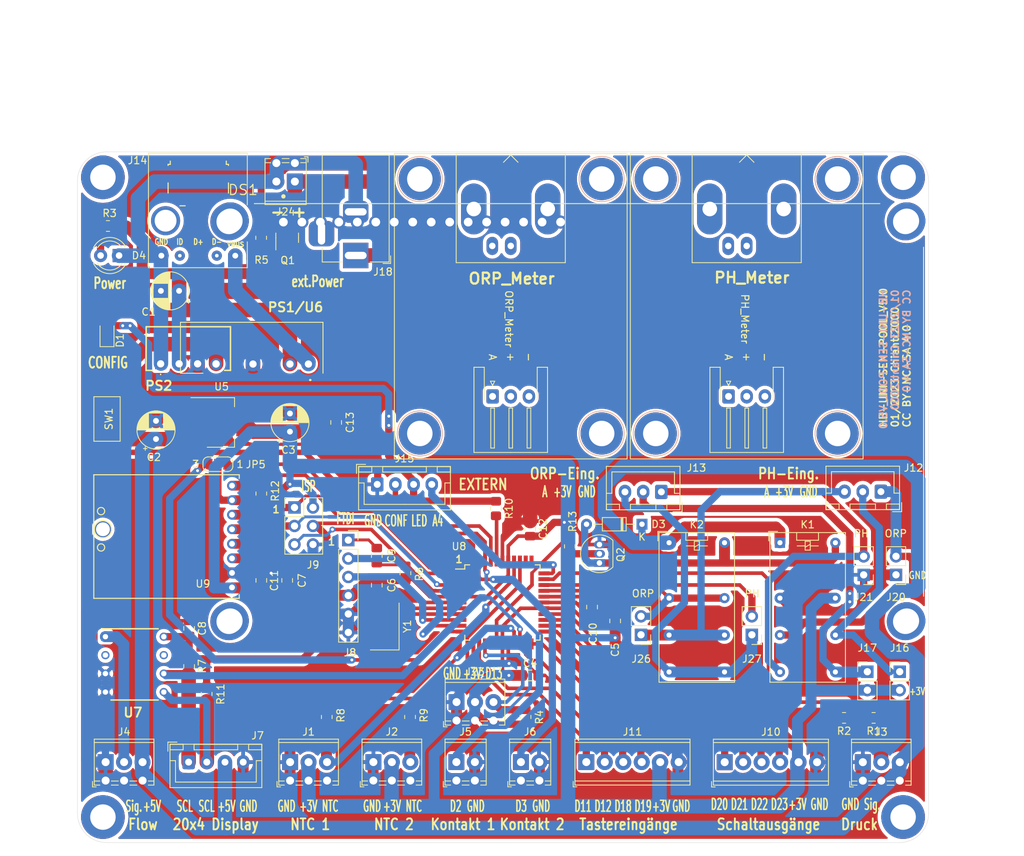
<source format=kicad_pcb>
(kicad_pcb (version 20211014) (generator pcbnew)
  (layers (0 "F.Cu" signal) (31 "B.Cu" signal) (34 "B.Paste" user) (35 "F.Paste" user) (36 "B.SilkS" user "B.Silkscreen") (37 "F.SilkS" user "F.Silkscreen") (38 "B.Mask" user) (39 "F.Mask" user) (44 "Edge.Cuts" user))
  (net 0 "")
  (net 1 "Net-(C1-Pad1)")
  (net 2 "Net-(C1-Pad2)")
  (net 3 "+5V")
  (net 4 "GND")
  (net 5 "+3.3V")
  (net 6 "/DTR")
  (net 7 "/RESET")
  (net 8 "/AREF")
  (net 9 "/LED_D1")
  (net 10 "Net-(D3-Pad2)")
  (net 11 "Net-(D4-Pad2)")
  (net 12 "/A0")
  (net 13 "/A1")
  (net 14 "Net-(J3-Pad2)")
  (net 15 "Net-(J4-Pad2)")
  (net 16 "/D2")
  (net 17 "/D3")
  (net 18 "/SCL")
  (net 19 "/SDA")
  (net 20 "/TX")
  (net 21 "/RX")
  (net 22 "/MISO")
  (net 23 "/SCK")
  (net 24 "/MOSI")
  (net 25 "/D22")
  (net 26 "/D23")
  (net 27 "/D20")
  (net 28 "/D21")
  (net 29 "/D11")
  (net 30 "/D12")
  (net 31 "/D18")
  (net 32 "/D19")
  (net 33 "Net-(J12-Pad1)")
  (net 34 "Net-(J12-Pad2)")
  (net 35 "Net-(J12-Pad3)")
  (net 36 "Net-(J13-Pad1)")
  (net 37 "Net-(J13-Pad2)")
  (net 38 "Net-(J13-Pad3)")
  (net 41 "/CONFIG")
  (net 42 "/A4")
  (net 43 "/D13")
  (net 44 "Net-(J18-Pad1)")
  (net 45 "/A7")
  (net 46 "/A6")
  (net 47 "/D10")
  (net 48 "Net-(JP5-Pad2)")
  (net 49 "Net-(Q1-Pad1)")
  (net 50 "Net-(Q2-Pad2)")
  (net 51 "/A5")
  (net 52 "/D0")
  (net 53 "/CS")
  (net 54 "/PH-ORP-TOGGLE")
  (net 67 "Net-(U8-Pad7)")
  (net 68 "Net-(U8-Pad8)")
  (net 70 "/A3")
  (net 71 "/A2")
  (net 72 "unconnected-(U9-Pad6)")
  (footprint "Resistor_SMD:R_0805_2012Metric_Pad1.20x1.40mm_HandSolder" (layer "F.Cu") (at 83.165 113.8808 90)
    (fp_text reference "R8")
    (fp_text value "10k")
  )
  (footprint "Capacitor_SMD:C_0805_2012Metric_Pad1.18x1.45mm_HandSolder" (layer "F.Cu") (at 111.125 87.9663 90)
    (fp_text reference "C12")
    (fp_text value "100n")
  )
  (footprint "Package_TO_SOT_SMD:SOT-223-3_TabPin2" (layer "F.Cu") (at 68.58 73.3613)
    (fp_text reference "U5")
    (fp_text value "AMS1117-3.3")
  )
  (footprint "TerminalBlock_Phoenix:TerminalBlock_Phoenix_MPT-0,5-3-2.54_1x03_P2.54mm_Horizontal" (layer "F.Cu") (at 89.575 120.0803)
    (fp_text reference "J2")
    (fp_text value "NTC2")
  )
  (footprint "LED_SMD:LED_0805_2012Metric_Pad1.15x1.40mm_HandSolder" (layer "F.Cu") (at 52.959 61.0743 90)
    (fp_text reference "D1")
    (fp_text value "CONFIG")
  )
  (footprint "Resistor_SMD:R_0805_2012Metric_Pad1.20x1.40mm_HandSolder" (layer "F.Cu") (at 154.278 114.0013 180)
    (fp_text reference "R2")
    (fp_text value "220k")
  )
  (footprint "Connector_JST:JST_XH_B3B-XH-A_1x03_P2.50mm_Vertical" (layer "F.Cu") (at 129.159 82.9183 180)
    (fp_text reference "J13")
    (fp_text value "PH-Eing.")
  )
  (footprint "Capacitor_SMD:C_0805_2012Metric_Pad1.18x1.45mm_HandSolder" (layer "F.Cu") (at 119.634 98.7613 -90)
    (fp_text reference "C10")
    (fp_text value "100n")
  )
  (footprint "Connector_PinHeader_2.54mm:PinHeader_1x02_P2.54mm_Vertical" (layer "F.Cu") (at 161.925 107.6513)
    (fp_text reference "J16")
    (fp_text value "ORP_3.3V")
  )
  (footprint "TerminalBlock_Phoenix:TerminalBlock_Phoenix_MPT-0,5-2-2.54_1x02_P2.54mm_Horizontal" (layer "F.Cu") (at 109.855 120.0803)
    (fp_text reference "J6")
    (fp_text value "Schliesser 2")
  )
  (footprint "ADDITIONALS:MountingHole_3.4mm_Pad_TopBottom" (layer "F.Cu") (at 162.895 100.6463)
    (fp_text reference "REF3" hide)
    (fp_text value "MountingHole_3.4mm_Pad_TopBottom_MOD")
  )
  (footprint "Capacitor_SMD:C_0805_2012Metric_Pad1.18x1.45mm_HandSolder" (layer "F.Cu") (at 111.125 108.1593)
    (fp_text reference "C4")
    (fp_text value "100n")
  )
  (footprint "Resistor_SMD:R_0805_2012Metric_Pad1.20x1.40mm_HandSolder" (layer "F.Cu") (at 94.615 113.8743 90)
    (fp_text reference "R9")
    (fp_text value "10k")
  )
  (footprint "SamacSys_Parts:B0505S2WR2" (layer "F.Cu") (at 80.645 65.3323 180)
    (fp_text reference "PS1/U6")
    (fp_text value "B0505S-2WR2" hide)
  )
  (footprint "SamacSys_Parts:B0505S1WR2" (layer "F.Cu") (at 60.33 65.3013)
    (fp_text reference "PS2")
    (fp_text value "B0505S-1WR2" hide)
  )
  (footprint "Connector_PinHeader_2.54mm:PinHeader_1x02_P2.54mm_Vertical" (layer "F.Cu") (at 157.48 107.6513)
    (fp_text reference "J17")
    (fp_text value "PH_3.3V")
  )
  (footprint "ADDITIONALS:MountingHole_3.4mm_Pad_TopBottom" (layer "F.Cu") (at 69.895 100.6463)
    (fp_text reference "REF4" hide)
    (fp_text value "MountingHole_3.4mm_Pad_TopBottom_MOD" hide)
  )
  (footprint "Connector_PinHeader_2.54mm:PinHeader_1x02_P2.54mm_Vertical" (layer "F.Cu") (at 161.417 94.3213 180)
    (fp_text reference "J20")
    (fp_text value "ORP_GND")
  )
  (footprint "ADDITIONALS:LCD_LCD-20X4B" (layer "F.Cu") (at 116.205 73.2663)
    (fp_text reference "DS1")
    (fp_text value "LCD-20X4B")
  )
  (footprint "TerminalBlock_Phoenix:TerminalBlock_Phoenix_MPT-0,5-2-2.54_1x02_P2.54mm_Horizontal" (layer "F.Cu") (at 78.78 40.2313 180)
    (fp_text reference "J24")
    (fp_text value "ext. Power")
  )
  (footprint "Resistor_SMD:R_0805_2012Metric_Pad1.20x1.40mm_HandSolder" (layer "F.Cu") (at 106.426 85.2043 90)
    (fp_text reference "R10")
    (fp_text value "240")
  )
  (footprint "Connector_JST:JST_XH_B4B-XH-A_1x04_P2.50mm_Vertical" (layer "F.Cu") (at 90.103 81.8853)
    (fp_text reference "J15")
    (fp_text value "Extern")
  )
  (footprint "TerminalBlock_Phoenix:TerminalBlock_Phoenix_MPT-0,5-6-2.54_1x06_P2.54mm_Horizontal" (layer "F.Cu") (at 137.868 120.0973)
    (fp_text reference "J10")
    (fp_text value "Schalterausg.")
  )
  (footprint "Resistor_SMD:R_0805_2012Metric_Pad1.20x1.40mm_HandSolder" (layer "F.Cu") (at 116.586 90.4113 90)
    (fp_text reference "R13")
    (fp_text value "240")
  )
  (footprint "Package_TO_SOT_SMD:SOT-23" (layer "F.Cu") (at 77.724 47.9613 90)
    (fp_text reference "Q1")
    (fp_text value "IRLML5203")
  )
  (footprint "Connector_PinSocket_2.54mm:PinSocket_1x06_P2.54mm_Vertical" (layer "F.Cu") (at 86.131 89.5473)
    (fp_text reference "J8")
    (fp_text value "FTDI")
  )
  (footprint "Resistor_SMD:R_0805_2012Metric_Pad1.20x1.40mm_HandSolder" (layer "F.Cu") (at 66.655 110.7058 -90)
    (fp_text reference "R11")
    (fp_text value "10k")
  )
  (footprint "ADDITIONALS:MountingHole_3.4mm_Pad_TopBottom" (layer "F.Cu") (at 69.895 45.6463)
    (fp_text reference "REF21" hide)
    (fp_text value "MountingHole_3.4mm_Pad_TopBottom_MOD")
  )
  (footprint "Capacitor_SMD:C_0805_2012Metric_Pad1.18x1.45mm_HandSolder" (layer "F.Cu") (at 74.168 95.0888 -90)
    (fp_text reference "C11")
    (fp_text value "1µ")
  )
  (footprint "ADDITIONALS:MountingHole_3.5mm_Pad_TopBottom" (layer "F.Cu") (at 162.395 127.6463)
    (fp_text reference "REF13" hide)
    (fp_text value "MountingHole_3.5mm_Pad_TopBottom")
  )
  (footprint "Resistor_SMD:R_0805_2012Metric_Pad1.20x1.40mm_HandSolder" (layer "F.Cu") (at 74.168 83.1463 -90)
    (fp_text reference "R12")
    (fp_text value "10k")
  )
  (footprint "Resistor_SMD:R_0805_2012Metric_Pad1.20x1.40mm_HandSolder" (layer "F.Cu") (at 74.145 47.9613 90)
    (fp_text reference "R5")
    (fp_text value "100k")
  )
  (footprint "ADDITIONALS:BarrelJack_Horizontal" (layer "F.Cu") (at 87.145 50.3963 -90)
    (fp_text reference "J18")
    (fp_text value "DC Buchse 5,5x2,5")
  )
  (footprint "Resistor_SMD:R_0805_2012Metric_Pad1.20x1.40mm_HandSolder" (layer "F.Cu") (at 158.342 114.0013 180)
    (fp_text reference "R1")
    (fp_text value "80k")
  )
  (footprint "Resistor_SMD:R_0805_2012Metric_Pad1.20x1.40mm_HandSolder" (layer "F.Cu") (at 53.086 46.3423 180)
    (fp_text reference "R3")
    (fp_text value "240")
  )
  (footprint "Capacitor_THT:CP_Radial_D5.0mm_P2.50mm" (layer "F.Cu") (at 62.865 55.2663 180)
    (fp_text reference "C1")
    (fp_text value "470µF")
  )
  (footprint "TerminalBlock_Phoenix:TerminalBlock_Phoenix_MPT-0,5-2-2.54_1x02_P2.54mm_Horizontal" (layer "F.Cu") (at 100.985 120.0803)
    (fp_text reference "J5")
    (fp_text value "Schliesser 1")
  )
  (footprint "ADDITIONALS:MountingHole_3.5mm_Pad_TopBottom" (layer "F.Cu") (at 52.395 39.6463)
    (fp_text reference "REF11" hide)
    (fp_text value "MountingHole_3.5mm_Pad_TopBottom")
  )
  (footprint "Package_TO_SOT_THT:TO-92_Inline" (layer "F.Cu") (at 120.65 92.6973 90)
    (fp_text reference "Q2")
    (fp_text value "BC547")
  )
  (footprint "Connector_PinHeader_2.54mm:PinHeader_1x02_P2.54mm_Vertical" (layer "F.Cu") (at 141.605 102.5713 180)
    (fp_text reference "J27")
    (fp_text value "PH_SIG")
  )
  (footprint "Relay_THT:Relay_DPDT_Omron_G5V-2" (layer "F.Cu") (at 145.4625 89.9088)
    (fp_text reference "K1")
    (fp_text value "G5V-2")
  )
  (footprint "Capacitor_SMD:C_0805_2012Metric_Pad1.18x1.45mm_HandSolder" (layer "F.Cu") (at 90.043 91.6813 -90)
    (fp_text reference "C9")
    (fp_text value "100n")
  )
  (footprint "TerminalBlock_Phoenix:TerminalBlock_Phoenix_MPT-0,5-6-2.54_1x06_P2.54mm_Horizontal" (layer "F.Cu") (at 118.845 120.0803)
    (fp_text reference "J11")
    (fp_text value "Tastereing.")
  )
  (footprint "Resistor_SMD:R_0805_2012Metric_Pad1.20x1.40mm_HandSolder" (layer "F.Cu") (at 64.242 106.8958 -90)
    (fp_text reference "R7")
    (fp_text value "10k")
  )
  (footprint "TerminalBlock_Phoenix:TerminalBlock_Phoenix_MPT-0,5-3-2.54_1x03_P2.54mm_Horizontal" (layer "F.Cu") (at 78.125 120.0868)
    (fp_text reference "J1")
    (fp_text value "NTC1")
  )
  (footprint "Diode_THT:D_DO-34_SOD68_P7.62mm_Horizontal" (layer "F.Cu") (at 126.497 87.3633 180)
    (fp_text reference "D3")
    (fp_text value "Freilaufdiode")
  )
  (footprint "TerminalBlock_Phoenix:TerminalBlock_Phoenix_MPT-0,5-3-2.54_1x03_P2.54mm_Horizontal" (layer "F.Cu") (at 52.765 120.0868)
    (fp_text reference "J4")
    (fp_text value "Flow-Sens")
  )
  (footprint "Connector_JST:JST_XH_B3B-XH-A_1x03_P2.50mm_Vertical" (layer "F.Cu") (at 159.345 82.8863 180)
    (fp_text reference "J12")
    (fp_text value "ORP-Eing.")
  )
  (footprint "Capacitor_SMD:C_0805_2012Metric_Pad1.18x1.45mm_HandSolder" (layer "F.Cu") (at 77.724 95.0888 -90)
    (fp_text reference "C7")
    (fp_text value "100n")
  )
  (footprint "TerminalBlock_Phoenix:TerminalBlock_Phoenix_MPT-0,5-3-2.54_1x03_P2.54mm_Horizontal" (layer "F.Cu") (at 101.005 111.8253)
    (fp_text reference "J23")
    (fp_text value "DS18B20_W")
  )
  (footprint "Connector_JST:JST_XH_B4B-XH-A_1x04_P2.50mm_Vertical" (layer "F.Cu") (at 64.175 120.0868)
    (fp_text reference "J7")
    (fp_text value "20x4 Displ.")
  )
  (footprint "LED_THT:LED_D4.0mm" (layer "F.Cu") (at 54.615 50.4063 180)
    (fp_text reference "D4")
    (fp_text value "LED")
  )
  (footprint "Package_QFP:TQFP-44_10x10mm_P0.8mm" (layer "F.Cu") (at 107.315 98.1263)
    (fp_text reference "U8")
    (fp_text value "ATmega1284P-A")
  )
  (footprint "Resistor_SMD:R_0805_2012Metric_Pad1.20x1.40mm_HandSolder" (layer "F.Cu") (at 110.49 113.8743 -90)
    (fp_text reference "R4")
    (fp_text value "4.7k")
  )
  (footprint "ADDITIONALS:MountingHole_3.5mm_Pad_TopBottom" (layer "F.Cu") (at 52.395 127.6463)
    (fp_text reference "REF14" hide)
    (fp_text value "MountingHole_3.5mm_Pad_TopBottom")
  )
  (footprint "Capacitor_SMD:C_0805_2012Metric_Pad1.18x1.45mm_HandSolder" (layer "F.Cu") (at 90.043 95.7453 -90)
    (fp_text reference "C6")
    (fp_text value "100n")
  )
  (footprint "Capacitor_SMD:C_0805_2012Metric_Pad1.18x1.45mm_HandSolder" (layer "F.Cu") (at 64.242 101.6888 -90)
    (fp_text reference "C8")
    (fp_text value "100n")
  )
  (footprint "ADDITIONALS:PH_Meter" (layer "F.Cu") (at 141.395 59.3828 -90)
    (fp_text reference "U2")
    (fp_text value "PH_Meter")
  )
  (footprint "Resistor_SMD:R_0805_2012Metric_Pad1.20x1.40mm_HandSolder" (layer "F.Cu") (at 93.98 94.0943 90)
    (fp_text reference "R6")
    (fp_text value "10k")
  )
  (footprint "TerminalBlock_Phoenix:TerminalBlock_Phoenix_MPT-0,5-3-2.54_1x03_P2.54mm_Horizontal" (layer "F.Cu") (at 156.858 120.0973)
    (fp_text reference "J3")
    (fp_text value "Drucksens.")
  )
  (footprint "Button_Switch_SMD:SW_SPST_FSMSM" (layer "F.Cu") (at 52.959 72.8853 90)
    (fp_text reference "SW1")
    (fp_text value "CONFIG")
  )
  (footprint "Capacitor_SMD:C_0805_2012Metric_Pad1.18x1.45mm_HandSolder" (layer "F.Cu") (at 84.455 73.3613 90)
    (fp_text reference "C13")
    (fp_text value "100n")
  )
  (footprint "ADDITIONALS:MountingHole_3.4mm_Pad_TopBottom" (layer "F.Cu") (at 162.895 45.6463)
    (fp_text reference "REF2" hide)
    (fp_text value "MountingHole_3.4mm_Pad_TopBottom_MOD")
  )
  (footprint "Capacitor_SMD:C_0805_2012Metric_Pad1.18x1.45mm_HandSolder" (layer "F.Cu") (at 122.809 100.6663 90)
    (fp_text reference "C5")
    (fp_text value "100n")
  )
  (footprint "Connector_PinHeader_2.54mm:PinHeader_2x03_P2.54mm_Vertical" (layer "F.Cu") (at 78.7308 85.0645)
    (fp_text reference "J9")
    (fp_text value "ISP")
  )
  (footprint "Capacitor_THT:CP_Radial_D5.0mm_P2.50mm" (layer "F.Cu") (at 59.69 75.6473 90)
    (fp_text reference "C2")
    (fp_text value "10µF/6V")
  )
  (footprint "ADDITIONALS:Micro-USB-auf-DIP-Adapter" (layer "F.Cu") (at 65.5085 50.4251 180)
    (fp_text reference "J14")
    (fp_text value "USB_B_Micro")
  )
  (footprint "ADDITIONALS:MountingHole_3.5mm_Pad_TopBottom" (layer "F.Cu") (at 162.395 39.6463)
    (fp_text reference "REF12" hide)
    (fp_text value "MountingHole_3.5mm_Pad_TopBottom")
  )
  (footprint "ADDITIONALS:ORP_Meter" (layer "F.Cu") (at 108.958 59.3828 -90)
    (fp_text reference "U1")
    (fp_text value "ORP_Meter")
  )
  (footprint "Relay_THT:Relay_DPDT_Omron_G5V-2" (layer "F.Cu") (at 130.2225 89.9088)
    (fp_text reference "K2")
    (fp_text value "G5V-2")
  )
  (footprint "ADDITIONALS:CC1101" (layer "F.Cu") (at 72.6385 97.5588 180)
    (fp_text reference "U9")
    (fp_text value "CC1101")
  )
  (footprint "SamacSys_Parts:DIP802W53P254L950H420Q8N" (layer "F.Cu") (at 56.749 106.6418)
    (fp_text reference "U7")
    (fp_text value "PCF8583PN" hide)
  )
  (footprint "Capacitor_THT:CP_Radial_D5.0mm_P2.50mm" (layer "F.Cu") (at 78.105 74.6313 90)
    (fp_text reference "C3")
    (fp_text value "470µF/6V")
  )
  (footprint "ADDITIONALS:Resonator_SMD_muRata_CSTCC-3pin_7.2x3.0mm_HandSoldering" (layer "F.Cu") (at 91.059 101.4029 90)
    (fp_text reference "Y1")
    (fp_text value "Resonator")
  )
  (footprint "Connector_PinHeader_2.54mm:PinHeader_1x02_P2.54mm_Vertical" (layer "F.Cu") (at 126.365 102.5713 180)
    (fp_text reference "J26")
    (fp_text value "ORP_SIG")
  )
  (footprint "Jumper:SolderJumper-3_P1.3mm_Bridged12_RoundedPad1.0x1.5mm_NumberLabels" (layer "F.Cu") (at 68.199 79.1083 180)
    (fp_text reference "JP5")
    (fp_text value "BOBUINO           STANDARD")
  )
  (footprint "Connector_PinHeader_2.54mm:PinHeader_1x02_P2.54mm_Vertical" (layer "F.Cu") (at 156.972 94.3263 180)
    (fp_text reference "J21")
    (fp_text value "PH_GND")
  )
  (gr_arc (start 48.895 40.1463) (mid 50.066573 37.317873) (end 52.895 36.1463) (layer "Edge.Cuts") (width 0.05))
  (gr_line (start 52.895 131.1463) (end 161.895001 131.147427) (layer "Edge.Cuts") (width 0.05))
  (gr_line (start 161.895 36.1463) (end 52.895 36.1463) (layer "Edge.Cuts") (width 0.05))
  (gr_line (start 165.895 127.0513) (end 165.895 40.1463) (layer "Edge.Cuts") (width 0.05))
  (gr_arc (start 161.895 36.1463) (mid 164.723427 37.317873) (end 165.895 40.1463) (layer "Edge.Cuts") (width 0.05))
  (gr_line (start 48.895 40.1463) (end 48.895 127.1463) (layer "Edge.Cuts") (width 0.05))
  (gr_arc (start 52.895 131.1463) (mid 50.066573 129.974727) (end 48.895 127.1463) (layer "Edge.Cuts") (width 0.05))
  (gr_arc (start 165.895 127.0513) (mid 164.757616 129.941735) (end 161.895001 131.147427) (layer "Edge.Cuts") (width 0.05))
  (gr_text "HB-UNI-SEN-POOL_V5.0\n01/2023 Chianti2000\nCC BY-NC-SA 4.0" (at 161.29 54.9783 90) (layer "B.SilkS") (effects (font (size 1 1) (thickness 0.2)) (justify left mirror)))
  (gr_text "NTC" (at 95.145 126.1463) (layer "F.SilkS") (effects (font (size 1.5 0.8) (thickness 0.2))))
  (gr_text "CONFIG" (at 53.086 65.1383) (layer "F.SilkS") (effects (font (size 1.5 1) (thickness 0.25))))
  (gr_text "1" (at 101.346 92.1893) (layer "F.SilkS") (effects (font (size 1 1) (thickness 0.2))))
  (gr_text "Kontakt 2" (at 111.395 128.6463) (layer "F.SilkS") (effects (font (size 1.5 1.2) (thickness 0.25))))
  (gr_text "GND" (at 103.645 126.1463) (layer "F.SilkS") (effects (font (size 1.5 0.8) (thickness 0.2))))
  (gr_text "+3V" (at 129.145 126.1463) (layer "F.SilkS") (effects (font (size 1.5 0.8) (thickness 0.2))))
  (gr_text "GND" (at 149.395 82.8963) (layer "F.SilkS") (effects (font (size 1.5 0.8) (thickness 0.2))))
  (gr_text "FTDI" (at 85.725 86.6013) (layer "F.SilkS") (effects (font (size 1.5 0.8) (thickness 0.2))))
  (gr_text "Power" (at 53.34 54.2163) (layer "F.SilkS") (effects (font (size 1.5 1) (thickness 0.25))))
  (gr_text "Tastereingänge" (at 124.645 128.6463) (layer "F.SilkS") (effects (font (size 1.5 1.2) (thickness 0.25))))
  (gr_text "GND" (at 155.145 125.8963) (layer "F.SilkS") (effects (font (size 1.5 0.8) (thickness 0.2))))
  (gr_text "GND" (at 72.395 126.1463) (layer "F.SilkS") (effects (font (size 1.5 0.8) (thickness 0.2))))
  (gr_text "D20" (at 137.145 125.8963) (layer "F.SilkS") (effects (font (size 1.5 0.8) (thickness 0.2))))
  (gr_text "D13" (at 106.145 107.8963) (layer "F.SilkS") (effects (font (size 1.5 0.8) (thickness 0.2))))
  (gr_text "GND" (at 77.645 126.1463) (layer "F.SilkS") (effects (font (size 1.5 0.8) (thickness 0.2))))
  (gr_text "GND" (at 89.395 126.1463) (layer "F.SilkS") (effects (font (size 1.5 0.8) (thickness 0.2))))
  (gr_text "ISP" (at 80.645 82.1563) (layer "F.SilkS") (effects (font (size 1.5 0.8) (thickness 0.2))))
  (gr_text "A4" (at 98.425 86.8963) (layer "F.SilkS") (effects (font (size 1.5 0.8) (thickness 0.2))))
  (gr_text "Sig." (at 56.645 126.1463) (layer "F.SilkS") (effects (font (size 1.5 0.8) (thickness 0.2))))
  (gr_text "GND" (at 131.895 126.1463) (layer "F.SilkS") (effects (font (size 1.5 0.8) (thickness 0.2))))
  (gr_text "A" (at 143.645 82.8963) (layer "F.SilkS") (effects (font (size 1.5 0.8) (thickness 0.2))))
  (gr_text "PH" (at 156.645 88.6463) (layer "F.SilkS") (effects (font (size 1 1))))
  (gr_text "ORP" (at 161.395 88.6463) (layer "F.SilkS") (effects (font (size 1 1))))
  (gr_text "+5V" (at 69.395 126.1463) (layer "F.SilkS") (effects (font (size 1.5 0.8) (thickness 0.2))))
  (gr_text "Flow" (at 57.895 128.6463) (layer "F.SilkS") (effects (font (size 1.5 1.2) (thickness 0.25))))
  (gr_text "+3V" (at 164.338 110.3503) (layer "F.SilkS") (effects (font (size 1 0.7))))
  (gr_text "+3V" (at 80.645 126.1463) (layer "F.SilkS") (effects (font (size 1.5 0.8) (thickness 0.2))))
  (gr_text "HB-UNI-SEN-POOL_V5.0\n01/2023 Chianti2000\nCC BY-NC-SA 4.0" (at 161.29 74.1553 -270) (layer "F.SilkS") (effects (font (size 1 1) (thickness 0.2)) (justify left)))
  (gr_text "+3V" (at 147.895 125.8963) (layer "F.SilkS") (effects (font (size 1.5 0.8) (thickness 0.2))))
  (gr_text "GND" (at 150.895 125.8963) (layer "F.SilkS") (effects (font (size 1.5 0.8) (thickness 0.2))))
  (gr_text "Druck" (at 156.395 128.6463) (layer "F.SilkS") (effects (font (size 1.5 1.2) (thickness 0.25))))
  (gr_text "- +" (at 77.895 44.3963) (layer "F.SilkS") (effects (font (size 1.5 1.5) (thickness 0.3))))
  (gr_text "D3" (at 109.895 126.1463) (layer "F.SilkS") (effects (font (size 1.5 0.8) (thickness 0.2))))
  (gr_text "Sig." (at 158.145 125.8963) (layer "F.SilkS") (effects (font (size 1.5 0.8) (thickness 0.2))))
  (gr_text "GND" (at 112.645 126.1463) (layer "F.SilkS") (effects (font (size 1.5 0.8) (thickness 0.2))))
  (gr_text "PH-Eing." (at 146.645 80.3963) (layer "F.SilkS") (effects (font (size 1.5 1.2) (thickness 0.25))))
  (gr_text "Kontakt 1" (at 101.895 128.6463) (layer "F.SilkS") (effects (font (size 1.5 1.2) (thickness 0.25))))
  (gr_text "A" (at 113.145 82.8963) (layer "F.SilkS") (effects (font (size 1.5 0.8) (thickness 0.2))))
  (gr_text "D22" (at 142.645 125.8963) (layer "F.SilkS") (effects (font (size 1.5 0.8) (thickness 0.2))))
  (gr_text "D12" (at 121.145 126.1463) (layer "F.SilkS") (effects (font (size 1.5 0.8) (thickness 0.2))))
  (gr_text "PH_Meter" (at 141.605 53.4543) (layer "F.SilkS") (effects (font (size 1.5 1.5) (thickness 0.3))))
  (gr_text "+3V" (at 115.57 82.8963) (layer "F.SilkS") (effects (font (size 1.5 0.8) (thickness 0.2))))
  (gr_text "GND" (at 100.395 107.8963) (layer "F.SilkS") (effects (font (size 1.5 0.8) (thickness 0.2))))
  (gr_text "ORP" (at 126.645 96.8963) (layer "F.SilkS") (effects (font (size 1 1))))
  (gr_text "NTC 1" (at 80.895 128.6463) (layer "F.SilkS") (effects (font (size 1.5 1.2) (thickness 0.25))))
  (gr_text "SCL" (at 66.645 126.1463) (layer "F.SilkS") (effects (font (size 1.5 0.8) (thickness 0.2))))
  (gr_text "+3V" (at 146.05 82.8963) (layer "F.SilkS") (effects (font (size 1.5 0.8) (thickness 0.2))))
  (gr_text "EXTERN" (at 104.645 81.8963) (layer "F.SilkS") (effects (font (size 1.5 1.2) (thickness 0.25))))
  (gr_text "GND" (at 118.895 82.8963) (layer "F.SilkS") (effects (font (size 1.5 0.8) (thickness 0.2))))
  (gr_text "PH" (at 141.645 96.8963) (layer "F.SilkS") (effects (font (size 1 1))))
  (gr_text "D23" (at 145.395 125.8963) (layer "F.SilkS") (effects (font (size 1.5 0.8) (thickness 0.2))))
  (gr_text "Schaltausgänge" (at 143.895 128.6463) (layer "F.SilkS") (effects (font (size 1.5 1.2) (thickness 0.25))))
  (gr_text "D21" (at 139.895 125.8963) (layer "F.SilkS") (effects (font (size 1.5 0.8) (thickness 0.2))))
  (gr_text "SCL" (at 63.645 126.1463) (layer "F.SilkS") (effects (font (size 1.5 0.8) (thickness 0.2))))
  (gr_text "+5V" (at 59.145 126.1463) (layer "F.SilkS") (effects (font (size 1.5 0.8) (thickness 0.2))))
  (gr_text "GND" (at 164.395 94.3963) (layer "F.SilkS") (effects (font (size 1 0.8))))
  (gr_text "D18" (at 123.895 126.1463) (layer "F.SilkS") (effects (font (size 1.5 0.8) (thickness 0.2))))
  (gr_text "D11" (at 118.395 126.1463) (layer "F.SilkS") (effects (font (size 1.5 0.8) (thickness 0.2))))
  (gr_text "+3V" (at 103.145 107.8963) (layer "F.SilkS") (effects (font (size 1.5 0.8) (thickness 0.2))))
  (gr_text "ORP_Meter" (at 108.585 53.5813) (layer "F.SilkS") (effects (font (size 1.5 1.5) (thickness 0.3))))
  (gr_text "1" (at 83.82 89.7763) (layer "F.SilkS") (effects (font (size 1 1) (thickness 0.2))))
  (gr_text "ORP-Eing." (at 115.895 80.3963) (layer "F.SilkS") (effects (font (size 1.5 1.2) (thickness 0.25))))
  (gr_text "CONF" (at 92.71 86.8963) (layer "F.SilkS") (effects (font (size 1.5 0.8) (thickness 0.2))))
  (gr_text "20x4 Display" (at 67.895 128.6463) (layer "F.SilkS") (effects (font (size 1.5 1.2) (thickness 0.25))))
  (gr_text "GND" (at 89.535 86.8963) (layer "F.SilkS") (effects (font (size 1.5 0.8) (thickness 0.2))))
  (gr_text "LED" (at 95.885 86.8963) (layer "F.SilkS") (effects (font (size 1.5 0.8) (thickness 0.2))))
  (gr_text "1" (at 76.2 85.3313) (layer "F.SilkS") (effects (font (size 1 1) (thickness 0.2))))
  (gr_text "D2" (at 100.895 126.1463) (layer "F.SilkS") (effects (font (size 1.5 0.8) (thickness 0.2))))
  (gr_text "ext.Power" (at 81.915 53.9623) (layer "F.SilkS") (effects (font (size 1.5 1) (thickness 0.25))))
  (gr_text "NTC" (at 83.645 126.1463) (layer "F.SilkS") (effects (font (size 1.5 0.8) (thickness 0.2))))
  (gr_text "NTC 2" (at 92.395 128.6463) (layer "F.SilkS") (effects (font (size 1.5 1.2) (thickness 0.25))))
  (gr_text "D19" (at 126.645 126.1463) (layer "F.SilkS") (effects (font (size 1.5 0.8) (thickness 0.2))))
  (gr_text "+3V" (at 92.145 126.1463) (layer "F.SilkS") (effects (font (size 1.5 0.8) (thickness 0.2))))
  (segment (start 62.865 55.2663) (end 62.865 53.3273) (width 2) (layer "F.Cu") (net 1))
  (segment (start 57.785 48.5013) (end 57.785 52.3113) (width 1.5) (layer "F.Cu") (net 1))
  (segment (start 79.1718 51.2445) (end 77.8265 52.5898) (width 2) (layer "F.Cu") (net 1))
  (segment (start 65.235 52.8963) (end 77.4946 52.8963) (width 1.5) (layer "F.Cu") (net 1))
  (segment (start 58.37 52.8963) (end 65.235 52.8963) (width 1.5) (layer "F.Cu") (net 1))
  (segment (start 70.5885 52.5898) (end 70.5885 50.4251) (width 2) (layer "F.Cu") (net 1))
  (segment (start 77.8011 52.5898) (end 70.5885 52.5898) (width 2) (layer "F.Cu") (net 1))
  (segment (start 79.1718 50.0253) (end 79.1718 51.2191) (width 2) (layer "F.Cu") (net 1))
  (segment (start 77.8265 52.5898) (end 77.8011 52.5898) (width 2) (layer "F.Cu") (net 1))
  (segment (start 77.4946 52.8963) (end 77.8011 52.5898) (width 1.5) (layer "F.Cu") (net 1))
  (segment (start 79.1718 50.0253) (end 78.674 49.5275) (width 0.25) (layer "F.Cu") (net 1))
  (segment (start 77.8011 52.5898) (end 79.1718 51.2191) (width 1.5) (layer "F.Cu") (net 1))
  (segment (start 79.1718 51.2191) (end 79.1718 51.2445) (width 2) (layer "F.Cu") (net 1))
  (segment (start 79.1718 48.8315) (end 79.1718 50.0253) (width 2) (layer "F.Cu") (net 1))
  (segment (start 57.785 52.3113) (end 58.37 52.8963) (width 1.5) (layer "F.Cu") (net 1))
  (segment (start 54.086 46.3423) (end 55.626 46.3423) (width 1.5) (layer "F.Cu") (net 1))
  (segment (start 55.626 46.3423) (end 57.785 48.5013) (width 1.5) (layer "F.Cu") (net 1))
  (segment (start 78.674 49.5275) (end 78.674 48.8988) (width 0.25) (layer "F.Cu") (net 1))
  (segment (start 79.1718 51.2191) (end 79.248 51.1429) (width 1.5) (layer "F.Cu") (net 1))
  (segment (start 62.865 63.0003) (end 62.865 65.2963) (width 2) (layer "B.Cu") (net 1))
  (segment (start 70.5885 50.4251) (end 70.5885 55.2088) (width 2) (layer "B.Cu") (net 1))
  (segment (start 78.933428 63.3323) (end 80.645 65.043872) (width 2) (layer "B.Cu") (net 1))
  (segment (start 62.865 55.2663) (end 62.865 63.0003) (width 2) (layer "B.Cu") (net 1))
  (segment (start 80.645 65.043872) (end 80.645 65.3323) (width 2) (layer "B.Cu") (net 1))
  (segment (start 78.712 63.3323) (end 78.933428 63.3323) (width 2) (layer "B.Cu") (net 1))
  (segment (start 70.5885 55.2088) (end 78.712 63.3323) (width 2) (layer "B.Cu") (net 1))
  (segment (start 62.865 63.0003) (end 62.87 63.0053) (width 0.25) (layer "B.Cu") (net 1))
  (segment (start 62.87 63.0053) (end 62.87 65.3013) (width 0.25) (layer "B.Cu") (net 1))
  (segment (start 78.105 60.6613) (end 75.34 57.8963) (width 2) (layer "F.Cu") (net 2))
  (segment (start 75.34 57.8963) (end 60.83 57.8963) (width 2) (layer "F.Cu") (net 2))
  (segment (start 74.168 43.9688) (end 74.168 46.7743) (width 1) (layer "F.Cu") (net 2))
  (segment (start 74.145 43.9918) (end 74.145 46.9613) (width 0.25) (layer "F.Cu") (net 2))
  (segment (start 78.105 65.3323) (end 78.105 60.6613) (width 2) (layer "F.Cu") (net 2))
  (segment (start 60.365 56.3088) (end 60.365 55.2663) (width 0.25) (layer "F.Cu") (net 2))
  (segment (start 74.168 43.9688) (end 74.145 43.9918) (width 0.25) (layer "F.Cu") (net 2))
  (segment (start 74.168 41.1633) (end 74.168 43.9688) (width 1) (layer "F.Cu") (net 2))
  (segment (start 60.83 57.8963) (end 60.325 57.3913) (width 2) (layer "F.Cu") (net 2))
  (segment (start 76.28 40.2313) (end 75.1 40.2313) (width 1) (layer "F.Cu") (net 2))
  (segment (start 60.325 56.3488) (end 60.325 55.3063) (width 2) (layer "F.Cu") (net 2))
  (segment (start 60.325 56.3488) (end 60.365 56.3088) (width 0.25) (layer "F.Cu") (net 2))
  (segment (start 75.1 40.2313) (end 74.168 41.1633) (width 1) (layer "F.Cu") (net 2))
  (segment (start 60.325 57.3913) (end 60.325 56.3488) (width 2) (layer "F.Cu") (net 2))
  (segment (start 60.3685 56.7168) (end 60.3685 58.1639) (width 2) (layer "B.Cu") (net 2))
  (segment (start 60.3685 56.7168) (end 60.3685 58.1639) (width 2) (layer "B.Cu") (net 2))
  (segment (start 60.4285 50.4251) (end 59.8238 50.4251) (width 2) (layer "B.Cu") (net 2))
  (segment (start 60.3685 55.2698) (end 60.3685 56.7168) (width 2) (layer "B.Cu") (net 2))
  (segment (start 60.365 56.7168) (end 60.365 55.2663) (width 0.25) (layer "B.Cu") (net 2))
  (segment (start 76.28 38.0073) (end 76.581 37.7063) (width 2) (layer "B.Cu") (net 2))
  (segment (start 54.6338 50.4251) (end 54.615 50.4063) (width 2) (layer "B.Cu") (net 2))
  (segment (start 60.365 58.1604) (end 60.365 56.7168) (width 0.25) (layer "B.Cu") (net 2))
  (segment (start 86.995 37.7063) (end 87.145 37.8563) (width 2) (layer "B.Cu") (net 2))
  (segment (start 60.3685 65.2628) (end 60.33 65.3013) (width 1.5) (layer "B.Cu") (net 2))
  (segment (start 59.8238 50.4251) (end 54.6338 50.4251) (width 2) (layer "B.Cu") (net 2))
  (segment (start 60.3685 52.2382) (end 60.3685 55.2698) (width 2) (layer "B.Cu") (net 2))
  (segment (start 76.581 37.7063) (end 86.995 37.7063) (width 2) (layer "B.Cu") (net 2))
  (segment (start 59.8238 50.4251) (end 57.21 47.8113) (width 2) (layer "B.Cu") (net 2))
  (segment (start 60.4285 50.4251) (end 59.8238 50.4251) (width 2) (layer "B.Cu") (net 2))
  (segment (start 57.21 42.5388) (end 59.5175 40.2313) (width 2) (layer "B.Cu") (net 2))
  (segment (start 59.5175 40.2313) (end 76.28 40.2313) (width 2) (layer "B.Cu") (net 2))
  (segment (start 87.145 37.8563) (end 87.145 44.3963) (width 2) (layer "B.Cu") (net 2))
  (segment (start 60.3685 52.2382) (end 60.4285 52.1782) (width 0.25) (layer "B.Cu") (net 2))
  (segment (start 57.21 47.8113) (end 57.21 42.5388) (width 2) (layer "B.Cu") (net 2))
  (segment (start 60.4285 52.1782) (end 60.4285 50.4251) (width 0.25) (layer "B.Cu") (net 2))
  (segment (start 60.3685 58.1639) (end 60.3685 65.2628) (width 2) (layer "B.Cu") (net 2))
  (segment (start 76.28 40.2313) (end 76.28 38.0073) (width 2) (layer "B.Cu") (net 2))
  (segment (start 60.3685 56.7168) (end 60.365 56.7168) (width 0.25) (layer "B.Cu") (net 2))
  (segment (start 60.3685 50.1101) (end 60.3685 52.2382) (width 2) (layer "B.Cu") (net 2))
  (segment (start 60.3685 55.2698) (end 60.3685 56.7168) (width 2) (layer "B.Cu") (net 2))
  (segment (start 55.88 75.2663) (end 56.275 75.6613) (width 2) (layer "F.Cu") (net 3))
  (segment (start 144.907 87.7443) (end 133.731 87.7443) (width 1.5) (layer "F.Cu") (net 3))
  (segment (start 133.731 87.7443) (end 133.223 87.7443) (width 1.5) (layer "F.Cu") (net 3))
  (segment (start 55.88 65.3923) (end 55.88 75.2663) (width 2) (layer "F.Cu") (net 3))
  (segment (start 59.704 75.6613) (end 65.43 75.6613) (width 2) (layer "F.Cu") (net 3))
  (segment (start 67.95 63.2063) (end 67.342 62.5983) (width 2) (layer "F.Cu") (net 3))
  (segment (start 145.462 89.1043) (end 145.4625 89.1048) (width 0.5) (layer "F.Cu") (net 3))
  (segment (start 59.704 75.6613) (end 59.69 75.6473) (width 0.5) (layer "F.Cu") (net 3))
  (segment (start 58.674 62.5983) (end 55.88 65.3923) (width 2) (layer "F.Cu") (net 3))
  (segment (start 67.95 65.3013) (end 67.95 63.2063) (width 2) (layer "F.Cu") (net 3))
  (segment (start 56.275 75.6613) (end 59.704 75.6613) (width 2) (layer "F.Cu") (net 3))
  (segment (start 145.462 89.1043) (end 145.462 88.2998) (width 1.5) (layer "F.Cu") (net 3))
  (segment (start 133.223 87.7443) (end 132.387 87.7443) (width 1.5) (layer "F.Cu") (net 3))
  (segment (start 133.731 87.7443) (end 133.223 87.7443) (width 1.5) (layer "F.Cu") (net 3))
  (segment (start 145.462 88.2998) (end 144.907 87.7443) (width 1.5) (layer "F.Cu") (net 3))
  (segment (start 132.387 87.7443) (end 130.2223 89.9086) (width 1.5) (layer "F.Cu") (net 3))
  (segment (start 145.462 89.9088) (end 145.462 89.1043) (width 1.5) (layer "F.Cu") (net 3))
  (segment (start 145.4625 89.1048) (end 145.4625 89.9088) (width 0.5) (layer "F.Cu") (net 3))
  (segment (start 67.342 62.5983) (end 58.674 62.5983) (width 2) (layer "F.Cu") (net 3))
  (segment (start 163.957 96.5073) (end 164.465 95.9993) (width 2) (layer "B.Cu") (net 3))
  (segment (start 154.051 129.146) (end 161.858 121.339) (width 2) (layer "B.Cu") (net 3))
  (segment (start 164.338 117.617) (end 164.338 105.964) (width 2) (layer "B.Cu") (net 3))
  (segment (start 57.785 117.049) (end 57.785 120.067) (width 2) (layer "B.Cu") (net 3))
  (segment (start 121.412 81.9023) (end 121.412 85.9663) (width 2) (layer "B.Cu") (net 3))
  (segment (start 57.785 121.621) (end 65.3103 129.146) (width 2) (layer "B.Cu") (net 3))
  (segment (start 67.945 65.3063) (end 67.945 65.3323) (width 0.5) (layer "B.Cu") (net 3))
  (segment (start 126.497 90.1523) (end 126.492 90.1573) (width 1) (layer "B.Cu") (net 3))
  (segment (start 69.175 120.087) (end 69.175 129.146) (width 2) (layer "B.Cu") (net 3))
  (segment (start 126.497 89.9088) (end 126.497 90.1523) (width 1) (layer "B.Cu") (net 3))
  (segment (start 126.497 89.9088) (end 130.222 89.9088) (width 2) (layer "B.Cu") (net 3))
  (segment (start 161.858 120.0973) (end 161.858 120.097) (width 2) (layer "B.Cu") (net 3))
  (segment (start 57.785 77.1713) (end 59.309 75.6473) (width 2) (layer "B.Cu") (net 3))
  (segment (start 57.785 117.049) (end 57.785 77.1713) (width 2) (layer "B.Cu") (net 3))
  (segment (start 125.354 89.9088) (end 126.497 89.9088) (width 2) (layer "B.Cu") (net 3))
  (segment (start 164.338 105.964) (end 163.263 104.889) (width 2) (layer "B.Cu") (net 3))
  (segment (start 67.1103 129.146) (end 69.175 129.146) (width 2) (layer "B.Cu") (net 3))
  (segment (start 162.687 79.4893) (end 123.825 79.4893) (width 2) (layer "B.Cu") (net 3))
  (segment (start 158.115 102.095) (end 158.115 100.054) (width 2) (layer "B.Cu") (net 3))
  (segment (start 67.95 65.3013) (end 67.945 65.3063) (width 0.5) (layer "B.Cu") (net 3))
  (segment (start 121.412 85.9663) (end 125.354 89.9088) (width 2) (layer "B.Cu") (net 3))
  (segment (start 163.263 104.889) (end 160.782 104.889) (width 2) (layer "B.Cu") (net 3))
  (segment (start 161.858 121.339) (end 161.858 120.0973) (width 2) (layer "B.Cu") (net 3))
  (segment (start 57.785 120.067) (end 57.785 120.0868) (width 2) (layer "B.Cu") (net 3))
  (segment (start 67.1103 129.146) (end 69.175 129.146) (width 2) (layer "B.Cu") (net 3))
  (segment (start 164.465 95.9993) (end 164.465 81.2673) (width 2) (layer "B.Cu") (net 3))
  (segment (start 161.858 120.097) (end 164.338 117.617) (width 2) (layer "B.Cu") (net 3))
  (segment (start 65.3103 129.146) (end 67.1103 129.146) (width 2) (layer "B.Cu") (net 3))
  (segment (start 158.115 100.054) (end 161.662 96.5073) (width 2) (layer "B.Cu") (net 3))
  (segment (start 57.785 120.067) (end 57.785 117.049) (width 2) (layer "B.Cu") (net 3))
  (segment (start 69.395 129.146) (end 154.051 129.146) (width 2) (layer "B.Cu") (net 3))
  (segment (start 59.309 75.6473) (end 59.69 75.6473) (width 2) (layer "B.Cu") (net 3))
  (segment (start 126.497 87.3633) (end 126.497 89.9088) (width 1) (layer "B.Cu") (net 3))
  (segment (start 69.175 129.146) (end 69.395 129.146) (width 2) (layer "B.Cu") (net 3))
  (segment (start 57.785 120.0868) (end 57.785 121.621) (width 2) (layer "B.Cu") (net 3))
  (segment (start 160.782 104.889) (end 158.115 102.222) (width 2) (layer "B.Cu") (net 3))
  (segment (start 69.175 129.146) (end 69.395 129.146) (width 2) (layer "B.Cu") (net 3))
  (segment (start 161.662 96.5073) (end 163.957 96.5073) (width 2) (layer "B.Cu") (net 3))
  (segment (start 123.825 79.4893) (end 121.412 81.9023) (width 2) (layer "B.Cu") (net 3))
  (segment (start 158.115 102.095) (end 158.115 102.222) (width 0.5) (layer "B.Cu") (net 3))
  (segment (start 57.765 120.0868) (end 57.785 120.0868) (width 0.5) (layer "B.Cu") (net 3))
  (segment (start 164.465 81.2673) (end 162.687 79.4893) (width 2) (layer "B.Cu") (net 3))
  (segment (start 89.662 96.7828) (end 89.3865 96.7828) (width 1) (layer "F.Cu") (net 4))
  (segment (start 120.65 90.1573) (end 122.047 90.1573) (width 1) (layer "F.Cu") (net 4))
  (segment (start 58.039 60.3123) (end 52.959 65.3923) (width 1) (layer "F.Cu") (net 4))
  (segment (start 79.883 112.858) (end 94.2473 112.858) (width 1.5) (layer "F.Cu") (net 4))
  (segment (start 150.368 120.224) (end 150.368 129.146) (width 1.5) (layer "F.Cu") (net 4))
  (segment (start 150.368 129.146) (end 131.445 129.146) (width 2) (layer "F.Cu") (net 4))
  (segment (start 107.569 89.0143) (end 109.654 86.9288) (width 1) (layer "F.Cu") (net 4))
  (segment (start 86.131 99.7073) (end 86.131 102.247) (width 1.5) (layer "F.Cu") (net 4))
  (segment (start 96.488 98.1263) (end 101.615 98.1263) (width 0.5) (layer "F.Cu") (net 4))
  (segment (start 150.495 120.087) (end 150.495 120.097) (width 1.5) (layer "F.Cu") (net 4))
  (segment (start 90.17 70.0913) (end 98.552 70.0913) (width 2) (layer "F.Cu") (net 4))
  (segment (start 131.445 129.146) (end 103.505 129.146) (width 2) (layer "F.Cu") (net 4))
  (segment (start 50.5355 120.087) (end 52.765 120.087) (width 1.5) (layer "F.Cu") (net 4))
  (segment (start 86.462 99.7073) (end 86.131 99.7073) (width 1) (layer "F.Cu") (net 4))
  (segment (start 90.4455 96.7613) (end 95.123 96.7613) (width 0.5) (layer "F.Cu") (net 4))
  (segment (start 156.972 98.4123) (end 155.956 99.4283) (width 1) (layer "F.Cu") (net 4))
  (segment (start 86.3558 102.222) (end 87.1752 101.403) (width 1) (layer "F.Cu") (net 4))
  (segment (start 150.495 120.097) (end 150.368 120.224) (width 1.5) (layer "F.Cu") (net 4))
  (segment (start 103.485 120.0803) (end 103.485 120.08) (width 0.4) (layer "F.Cu") (net 4))
  (segment (start 150.368 119.335) (end 150.368 117.557) (width 1.5) (layer "F.Cu") (net 4))
  (segment (start 103.505 120.087) (end 103.505 120.634) (width 1.5) (layer "F.Cu") (net 4))
  (segment (start 122.639 99.7988) (end 122.809 99.6288) (width 0.4) (layer "F.Cu") (net 4))
  (segment (start 83.149 112.865) (end 83.157 112.873) (width 0.4) (layer "F.Cu") (net 4))
  (segment (start 103.485 120.08) (end 103.485 117.664) (width 1.5) (layer "F.Cu") (net 4))
  (segment (start 87.1752 101.403) (end 91.059 101.403) (width 1) (layer "F.Cu") (net 4))
  (segment (start 161.412 94.3263) (end 156.972 94.3263) (width 1.5) (layer "F.Cu") (net 4))
  (segment (start 98.552 70.0913) (end 111.125 82.6643) (width 2) (layer "F.Cu") (net 4))
  (segment (start 50.165 99.3963) (end 50.165 119.716) (width 1.5) (layer "F.Cu") (net 4))
  (segment (start 103.485 117.664) (end 101.005 115.184) (width 1.5) (layer "F.Cu") (net 4))
  (segment (start 153.278 116.425) (end 150.368 119.335) (width 1.5) (layer "F.Cu") (net 4))
  (segment (start 111.125 82.6643) (end 111.125 86.9288) (width 2) (layer "F.Cu") (net 4))
  (segment (start 90.17 81.8183) (end 90.17 70.0913) (width 1) (layer "F.Cu") (net 4))
  (segment (start 103.505 129.146) (end 89.535 129.146) (width 2) (layer "F.Cu") (net 4))
  (segment (start 135.636 105.492) (end 128.016 97.8723) (width 1.5) (layer "F.Cu") (net 4))
  (segment (start 108.115 106.451) (end 108.204 106.54) (width 0.5) (layer "F.Cu") (net 4))
  (segment (start 89.3865 96.7828) (end 86.462 99.7073) (width 1) (layer "F.Cu") (net 4))
  (segment (start 50.165 119.716) (end 50.5355 120.087) (width 1.5) (layer "F.Cu") (net 4))
  (segment (start 89.535 120.1203) (end 89.535 129.146) (width 1.5) (layer "F.Cu") (net 4))
  (segment (start 150.368 119.646) (end 150.368 120.097) (width 0.4) (layer "F.Cu") (net 4))
  (segment (start 59.69 73.1473) (end 59.69 71.7423) (width 2) (layer "F.Cu") (net 4))
  (segment (start 90.103 81.8853) (end 90.17 81.8183) (width 1) (layer "F.Cu") (net 4))
  (segment (start 123.444 97.8723) (end 122.809 98.5073) (width 1.5) (layer "F.Cu") (net 4))
  (segment (start 119.061 99.7988) (end 119.634 99.7988) (width 0.4) (layer "F.Cu") (net 4))
  (segment (start 109.654 86.9288) (end 110.419 86.9288) (width 1) (layer "F.Cu") (net 4))
  (segment (start 78.105 114.636) (end 79.883 112.858) (width 1.5) (layer "F.Cu") (net 4))
  (segment (start 52.765 121.681) (end 52.765 120.087) (width 2) (layer "F.Cu") (net 4))
  (segment (start 65.41 65.3013) (end 65.41 71.0413) (width 2) (layer "F.Cu") (net 4))
  (segment (start 150.395 129.146) (end 150.368 129.146) (width 2) (layer "F.Cu") (net 4))
  (segment (start 110.519 106.516) (end 112.162 108.159) (width 0.5) (layer "F.Cu") (net 4))
  (segment (start 103.505 120.634) (end 103.485 120.614) (width 0.4) (layer "F.Cu") (net 4))
  (segment (start 83.165 112.881) (end 83.157 112.873) (width 0.4) (layer "F.Cu") (net 4))
  (segment (start 83.1572 112.873) (end 83.165 112.881) (width 0.4) (layer "F.Cu") (net 4))
  (segment (start 84.2625 72.1313) (end 86.3025 70.0913) (width 2) (layer "F.Cu") (net 4))
  (segment (start 108.204 106.53) (end 108.22 106.514) (width 0.4) (layer "F.Cu") (net 4))
  (segment (start 122.047 90.1573) (end 122.047 85.9663) (width 1) (layer "F.Cu") (net 4))
  (segment (start 122.047 85.9663) (end 121.285 85.2043) (width 1) (layer "F.Cu") (net 4))
  (segment (start 147.362 99.4283) (end 145.462 97.5286) (width 1) (layer "F.Cu") (net 4))
  (segment (start 150.368 119.646) (end 150.368 119.335) (width 1.5) (layer "F.Cu") (net 4))
  (segment (start 71.675 120.087) (end 71.675 128.812) (width 1.5) (layer "F.Cu") (net 4))
  (segment (start 74.168 94.0513) (end 55.51 94.0513) (width 1.5) (layer "F.Cu") (net 4))
  (segment (start 86.3025 70.0913) (end 90.17 70.0913) (width 2) (layer "F.Cu") (net 4))
  (segment (start 94.2473 112.858) (end 94.263 112.874) (width 1.5) (layer "F.Cu") (net 4))
  (segment (start 138.303 105.492) (end 135.636 105.492) (width 1.5) (layer "F.Cu") (net 4))
  (segment (start 64.242 100.651) (end 64.242 94.0943) (width 1) (layer "F.Cu") (net 4))
  (segment (start 52.959 65.3923) (end 52.959 62.0993) (width 1) (layer "F.Cu") (net 4))
  (segment (start 55.51 94.0513) (end 50.165 99.3963) (width 1.5) (layer "F.Cu") (net 4))
  (segment (start 150.368 120.097) (end 150.495 120.097) (width 0.4) (layer "F.Cu") (net 4))
  (segment (start 150.368 119.335) (end 150.368 119.646) (width 1.5) (layer "F.Cu") (net 4))
  (segment (start 78.105 120.097) (end 78.105 114.636) (width 1.5) (layer "F.Cu") (net 4))
  (segment (start 77.724 94.0513) (end 74.168 94.0513) (width 1.5) (layer "F.Cu") (net 4))
  (segment (start 110.419 86.9288) (end 111.125 86.9288) (width 0.4) (layer "F.Cu") (net 4))
  (segment (start 103.485 120.614) (end 103.485 120.0803) (width 0.4) (layer "F.Cu") (net 4))
  (segment (start 153.278 114.0013) (end 153.278 116.425) (width 1.5) (layer "F.Cu") (net 4))
  (segment (start 89.535 129.146) (end 60.2303 129.146) (width 2) (layer "F.Cu") (net 4))
  (segment (start 89.575 120.0803) (end 89.535 120.1203) (width 1.5) (layer "F.Cu") (net 4))
  (segment (start 59.69 71.7423) (end 60.371 71.0613) (width 2) (layer "F.Cu") (net 4))
  (segment (start 155.956 99.4283) (end 147.362 99.4283) (width 1) (layer "F.Cu") (net 4))
  (segment (start 73.025 67.0513) (end 78.105 72.1313) (width 2) (layer "F.Cu") (net 4))
  (segment (start 60.371 71.0613) (end 65.43 71.0613) (width 2) (layer "F.Cu") (net 4))
  (segment (start 78.125 120.087) (end 78.125 129.146) (width 1.5) (layer "F.Cu") (net 4))
  (segment (start 73.025 65.1383) (end 73.025 67.0513) (width 2) (layer "F.Cu") (net 4))
  (segment (start 156.858 122.683) (end 150.395 129.146) (width 2) (layer "F.Cu") (net 4))
  (segment (start 131.445 120.0023) (end 131.445 129.146) (width 1.5) (layer "F.Cu") (net 4))
  (segment (start 95.123 96.7613) (end 96.488 98.1263) (width 0.5) (layer "F.Cu") (net 4))
  (segment (start 156.972 94.3263) (end 156.972 98.4123) (width 1) (layer "F.Cu") (net 4))
  (segment (start 108.115 103.8263) (end 108.115 106.451) (width 0.5) (layer "F.Cu") (net 4))
  (segment (start 108.204 106.54) (end 108.204 106.53) (width 0.4) (layer "F.Cu") (net 4))
  (segment (start 122.809 98.5073) (end 122.809 99.6288) (width 1.5) (layer "F.Cu") (net 4))
  (segment (start 103.505 120.634) (end 103.505 129.146) (width 1.5) (layer "F.Cu") (net 4))
  (segment (start 60.2303 129.146) (end 52.765 121.681) (width 2) (layer "F.Cu") (net 4))
  (segment (start 112.395 120.0023) (end 112.395 129.146) (width 1.5) (layer "F.Cu") (net 4))
  (segment (start 73.025 65.1383) (end 73.025 63.4873) (width 1) (layer "F.Cu") (net 4))
  (segment (start 119.634 99.7988) (end 122.639 99.7988) (width 1) (layer "F.Cu") (net 4))
  (segment (start 101.005 115.184) (end 101.005 111.825) (width 1.5) (layer "F.Cu") (net 4))
  (segment (start 69.85 60.3123) (end 58.039 60.3123) (width 1) (layer "F.Cu") (net 4))
  (segment (start 150.368 117.557) (end 138.303 105.492) (width 1.5) (layer "F.Cu") (net 4))
  (segment (start 73.025 63.4873) (end 69.85 60.3123) (width 1) (layer "F.Cu") (net 4))
  (segment (start 156.858 120.0973) (end 156.858 122.683) (width 2) (layer "F.Cu") (net 4))
  (segment (start 78.105 72.1313) (end 84.2625 72.1313) (width 2) (layer "F.Cu") (net 4))
  (segment (start 128.016 97.8723) (end 123.444 97.8723) (width 1.5) (layer "F.Cu") (net 4))
  (segment (start 65.41 71.0413) (end 65.43 71.0613) (width 0.4) (layer "F.Cu") (net 4))
  (segment (start 108.223 106.516) (end 110.519 106.516) (width 0.5) (layer "F.Cu") (net 4))
  (segment (start 121.285 85.2043) (end 111.506 85.2043) (width 1) (layer "F.Cu") (net 4))
  (segment (start 83.157 112.873) (end 83.1572 112.873) (width 0.4) (layer "F.Cu") (net 4))
  (segment (start 161.417 94.3213) (end 161.412 94.3263) (width 1.5) (layer "F.Cu") (net 4))
  (segment (start 117.388 98.1263) (end 119.061 99.7988) (width 0.5) (layer "F.Cu") (net 4))
  (segment (start 107.315 92.4263) (end 107.315 89.2683) (width 0.5) (layer "F.Cu") (net 4))
  (segment (start 52.959 65.3923) (end 52.959 68.2953) (width 1) (layer "F.Cu") (net 4))
  (segment (start 113.015 98.1263) (end 117.388 98.1263) (width 0.5) (layer "F.Cu") (net 4))
  (via (at 108.223 106.516) (size 0.8) (drill 0.4) (layers "F.Cu" "B.Cu") (net 4))
  (via (at 75.518 94.0943) (size 0.8) (drill 0.4) (layers "F.Cu" "B.Cu") (net 4))
  (segment (start 75.518 94.0943) (end 81.205 94.0943) (width 1.5) (layer "B.Cu") (net 4))
  (segment (start 131.345 120.0803) (end 131.345 116.8) (width 1.5) (layer "B.Cu") (net 4))
  (segment (start 52.737 120.059) (end 50.3805 120.059) (width 1.5) (layer "B.Cu") (net 4))
  (segment (start 131.345 116.8) (end 137.795 110.35) (width 1.5) (layer "B.Cu") (net 4))
  (segment (start 86.131 99.7073) (end 86.131 102.247) (width 1.5) (layer "B.Cu") (net 4))
  (segment (start 137.795 110.35) (end 146.526 110.35) (width 1.5) (layer "B.Cu") (net 4))
  (segment (start 50.165 119.843) (end 50.165 74.6313) (width 1.5) (layer "B.Cu") (net 4))
  (segment (start 70.231 94.0943) (end 75.518 94.0943) (width 1.5) (layer "B.Cu") (net 4))
  (segment (start 50.165 74.6313) (end 51.649 73.1473) (width 1.5) (layer "B.Cu") (net 4))
  (segment (start 51.649 73.1473) (end 59.69 73.1473) (width 1.5) (layer "B.Cu") (net 4))
  (segment (start 52.737 107.912) (end 52.737 110.4518) (width 1) (layer "B.Cu") (net 4))
  (segment (start 147.828 109.048) (end 147.828 98.6928) (width 1.5) (layer "B.Cu") (net 4))
  (segment (start 81.28 94.7293) (end 81.28 98.5393) (width 1.5) (layer "B.Cu") (net 4))
  (segment (start 146.664 97.5288) (end 145.4625 97.5288) (width 1.5) (layer "B.Cu") (net 4))
  (segment (start 81.28 98.5393) (end 82.448 99.7073) (width 1.5) (layer "B.Cu") (net 4))
  (segment (start 65.41 62.4343) (end 66.04 61.8043) (width 2) (layer "B.Cu") (net 4))
  (segment (start 105.51039 106.516) (end 108.223 106.516) (width 1) (layer "B.Cu") (net 4))
  (segment (start 101.005 111.825) (end 101.005 111.02139) (width 1) (layer "B.Cu") (net 4))
  (segment (start 50.3805 120.059) (end 50.165 119.843) (width 1.5) (layer "B.Cu") (net 4))
  (segment (start 101.005 111.02139) (end 105.51039 106.516) (width 1) (layer "B.Cu") (net 4))
  (segment (start 82.448 99.7073) (end 86.131 99.7073) (width 1.5) (layer "B.Cu") (net 4))
  (segment (start 52.737 110.4518) (end 52.737 120.059) (width 1) (layer "B.Cu") (net 4))
  (segment (start 73.025 61.8043) (end 73.025 65.3323) (width 2) (layer "B.Cu") (net 4))
  (segment (start 65.41 65.3013) (end 65.41 62.4343) (width 2) (layer "B.Cu") (net 4))
  (segment (start 81.2708 90.1445) (end 81.2708 94.8471) (width 1.5) (layer "B.Cu") (net 4))
  (segment (start 66.04 61.8043) (end 73.025 61.8043) (width 2) (layer "B.Cu") (net 4))
  (segment (start 147.828 98.6928) (end 146.664 97.5288) (width 1.5) (layer "B.Cu") (net 4))
  (segment (start 146.526 110.35) (end 147.828 109.048) (width 1.5) (layer "B.Cu") (net 4))
  (segment (start 66.172 105.905) (end 66.655 106.388) (width 1) (layer "F.Cu") (net 5))
  (segment (start 105.267 114.874) (end 103.505 113.112) (width 1) (layer "F.Cu") (net 5))
  (segment (start 115.824 87.1093) (end 114.427 87.1093) (width 1) (layer "F.Cu") (net 5))
  (segment (start 64.242 105.8958) (end 64.242 102.832) (width 0.5) (layer "F.Cu") (net 5))
  (segment (start 122.796 101.691) (end 122.796 103.448) (width 0.5) (layer "F.Cu") (net 5))
  (segment (start 60.7612 102.832) (end 64.1363 102.832) (width 1) (layer "F.Cu") (net 5))
  (segment (start 93.98 94.9513) (end 94.9623 94.9513) (width 0.5) (layer "F.Cu") (net 5))
  (segment (start 60.761 102.832) (end 60.7612 102.832) (width 1) (layer "F.Cu") (net 5))
  (segment (start 97.3373 97.3263) (end 101.615 97.3263) (width 0.5) (layer "F.Cu") (net 5))
  (segment (start 73 74.6313) (end 78.105 74.6313) (width 2) (layer "F.Cu") (net 5))
  (segment (start 78.105 81.8703) (end 77.851 81.8703) (width 1) (layer "F.Cu") (net 5))
  (segment (start 71.206 96.1263) (end 71.1385 96.0588) (width 0.5) (layer "F.Cu") (net 5))
  (segment (start 78.105 74.6313) (end 84.2225 74.6313) (width 2) (layer "F.Cu") (net 5))
  (segment (start 109.817 98.9263) (end 107.315 101.428) (width 0.5) (layer "F.Cu") (net 5))
  (segment (start 93.956 94.9753) (end 93.98 94.9513) (width 0.5) (layer "F.Cu") (net 5))
  (segment (start 82.296 103.492) (end 82.296 97.1673) (width 1) (layer "F.Cu") (net 5))
  (segment (start 129.159 110.064) (end 139.668 110.064) (width 1.5) (layer "F.Cu") (net 5))
  (segment (start 110.49 114.8743) (end 110.49 114.874) (width 0.5) (layer "F.Cu") (net 5))
  (segment (start 93.861 94.9753) (end 93.956 94.9753) (width 0.5) (layer "F.Cu") (net 5))
  (segment (start 60.7612 102.832) (end 60.761 102.8318) (width 0.5) (layer "F.Cu") (net 5))
  (segment (start 108.204 108.159) (end 110.087 108.159) (width 1.5) (layer "F.Cu") (net 5))
  (segment (start 93.98 95.0943) (end 93.861 94.9753) (width 1.5) (layer "F.Cu") (net 5))
  (segment (start 93.742 94.8563) (end 90.1915 94.8563) (width 1.5) (layer "F.Cu") (net 5))
  (segment (start 101.615 97.3263) (end 105.194 97.3263) (width 0.5) (layer "F.Cu") (net 5))
  (segment (start 64.1363 102.832) (end 64.242 102.832) (width 1) (layer "F.Cu") (net 5))
  (segment (start 122.796 101.691) (end 122.8025 101.6975) (width 0.5) (layer "F.Cu") (net 5))
  (segment (start 66.163 105.896) (end 66.172 105.905) (width 1) (layer "F.Cu") (net 5))
  (segment (start 113.015 98.9263) (end 109.817 98.9263) (width 0.5) (layer "F.Cu") (net 5))
  (segment (start 116.878 98.9263) (end 119.63 101.678) (width 0.5) (layer "F.Cu") (net 5))
  (segment (start 77.724 96.1263) (end 74.168 96.1263) (width 1.5) (layer "F.Cu") (net 5))
  (segment (start 103.505 113.112) (end 103.505 111.8253) (width 1) (layer "F.Cu") (net 5))
  (segment (start 64.242 105.896) (end 64.2515 105.905) (width 1) (layer "F.Cu") (net 5))
  (segment (start 113.015 98.9263) (end 116.878 98.9263) (width 0.5) (layer "F.Cu") (net 5))
  (segment (start 119.63 101.678) (end 122.784 101.678) (width 0.5) (layer "F.Cu") (net 5))
  (segment (start 64.242 105.8958) (end 64.242 105.896) (width 1) (layer "F.Cu") (net 5))
  (segment (start 94.9623 94.9513) (end 97.3373 97.3263) (width 0.5) (layer "F.Cu") (net 5))
  (segment (start 79.883 105.905) (end 82.296 103.492) (width 1) (layer "F.Cu") (net 5))
  (segment (start 122.809 101.704) (end 122.809 102.984) (width 1.5) (layer "F.Cu") (net 5))
  (segment (start 70.206 96.1263) (end 70.1385 96.0588) (width 0.5) (layer "F.Cu") (net 5))
  (segment (start 110.0875 108.1593) (end 110.0873 108.1593) (width 0.5) (layer "F.Cu") (net 5))
  (segment (start 75.041 84.1463) (end 74.168 84.1463) (width 1) (layer "F.Cu") (net 5))
  (segment (start 81.788 96.1263) (end 77.724 96.1263) (width 1.5) (layer "F.Cu") (net 5))
  (segment (start 108.115 94.4053) (end 108.115 92.4263) (width 0.5) (layer "F.Cu") (net 5))
  (segment (start 86.716 97.1673) (end 86.131 97.1673) (width 1.5) (layer "F.Cu") (net 5))
  (segment (start 122.809 102.984) (end 122.809 103.714) (width 1.5) (layer "F.Cu") (net 5))
  (segment (start 65.43 73.3613) (end 71.73 73.3613) (width 2) (layer "F.Cu") (net 5))
  (segment (start 64.2515 105.905) (end 66.172 105.905) (width 1) (layer "F.Cu") (net 5))
  (segment (start 107.95 108.159) (end 108.204 108.159) (width 0.5) (layer "F.Cu") (net 5))
  (segment (start 112.532 89.0038) (end 111.125 89.0038) (width 1) (layer "F.Cu") (net 5))
  (segment (start 108.115 90.3413) (end 109.452 89.0038) (width 0.5) (layer "F.Cu") (net 5))
  (segment (start 122.8027 101.6975) (end 122.809 101.7038) (width 0.5) (layer "F.Cu") (net 5))
  (segment (start 86.106 97.1423) (end 82.804 97.1423) (width 1.5) (layer "F.Cu") (net 5))
  (segment (start 107.315 103.8263) (end 107.315 107.524) (width 0.5) (layer "F.Cu") (net 5))
  (segment (start 84.2225 74.6313) (end 84.455 74.3988) (width 0.5) (layer "F.Cu") (net 5))
  (segment (start 74.168 96.1263) (end 71.206 96.1263) (width 1.5) (layer "F.Cu") (net 5))
  (segment (start 139.668 110.064) (end 147.868 118.264) (width 1.5) (layer "F.Cu") (net 5))
  (segment (start 64.242 105.896) (end 66.163 105.896) (width 1) (layer "F.Cu") (net 5))
  (segment (start 64.1363 102.832) (end 64.242 102.7263) (width 0.5) (layer "F.Cu") (net 5))
  (segment (start 110.49 114.874) (end 105.267 114.874) (width 1) (layer "F.Cu") (net 5))
  (segment (start 109.452 89.0038) (end 111.125 89.0038) (width 0.5) (layer "F.Cu") (net 5))
  (segment (start 64.242 105.896) (end 64.242 105.8958) (width 0.5) (layer "F.Cu") (net 5))
  (segment (start 122.8025 101.6975) (end 122.809 101.704) (width 0.5) (layer "F.Cu") (net 5))
  (segment (start 105.194 97.3263) (end 108.115 94.4053) (width 0.5) (layer "F.Cu") (net 5))
  (segment (start 114.427 87.1093) (end 112.532 89.0038) (width 1) (layer "F.Cu") (net 5))
  (segment (start 71.206 96.1263) (end 70.206 96.1263) (width 1.5) (layer "F.Cu") (net 5))
  (segment (start 71.73 73.3613) (end 73 74.6313) (width 2) (layer "F.Cu") (net 5))
  (segment (start 82.321 97.1423) (end 82.296 97.1673) (width 0.5) (layer "F.Cu") (net 5))
  (segment (start 86.131 97.1673) (end 86.106 97.1423) (width 1.5) (layer "F.Cu") (net 5))
  (segment (start 107.315 107.524) (end 107.95 108.159) (width 0.5) (layer "F.Cu") (net 5))
  (segment (start 93.861 94.9753) (end 93.742 94.8563) (width 1.5) (layer "F.Cu") (net 5))
  (segment (start 90.1915 94.8563) (end 90.043 94.7078) (width 0.5) (layer "F.Cu") (net 5))
  (segment (start 122.8025 101.6975) (end 122.8027 101.6975) (width 0.5) (layer "F.Cu") (net 5))
  (segment (start 107.315 101.428) (end 107.315 103.8263) (width 0.5) (layer "F.Cu") (net 5))
  (segment (start 82.804 97.1423) (end 82.321 97.1423) (width 0.5) (layer "F.Cu") (net 5))
  (segment (start 110.0873 108.1593) (end 110.087 108.159) (width 0.5) (layer "F.Cu") (net 5))
  (segment (start 82.804 97.1423) (end 81.788 96.1263) (width 1.5) (layer "F.Cu") (net 5))
  (segment (start 147.868 118.264) (end 147.868 120.097) (width 1.5) (layer "F.Cu") (net 5))
  (segment (start 66.172 105.905) (end 79.883 105.905) (width 1) (layer "F.Cu") (net 5))
  (segment (start 122.784 101.678) (end 122.796 101.691) (width 0.5) (layer "F.Cu") (net 5))
  (segment (start 122.809 103.714) (end 129.159 110.064) (width 1.5) (layer "F.Cu") (net 5))
  (segment (start 75.575 84.1463) (end 75.041 84.1463) (width 1) (layer "F.Cu") (net 5))
  (segment (start 66.655 106.388) (end 66.655 109.7058) (width 1) (layer "F.Cu") (net 5))
  (segment (start 90.1915 94.8563) (end 89.027 94.8563) (width 1.5) (layer "F.Cu") (net 5))
  (segment (start 89.027 94.8563) (end 86.716 97.1673) (width 1.5) (layer "F.Cu") (net 5))
  (segment (start 75.041 84.1463) (end 74.168 84.1463) (width 1) (layer "F.Cu") (net 5))
  (segment (start 77.851 81.8703) (end 75.575 84.1463) (width 1) (layer "F.Cu") (net 5))
  (segment (start 64.242 102.832) (end 64.242 105.8958) (width 1) (layer "F.Cu") (net 5))
  (segment (start 108.115 92.4263) (end 108.115 90.3413) (width 0.5) (layer "F.Cu") (net 5))
  (via (at 115.824 87.1093) (size 0.8) (drill 0.4) (layers "F.Cu" "B.Cu") (net 5))
  (via (at 108.204 108.159) (size 0.8) (drill 0.4) (layers "F.Cu" "B.Cu") (net 5))
  (via (at 78.105 81.8703) (size 0.8) (drill 0.4) (layers "F.Cu" "B.Cu") (net 5))
  (via (at 122.809 102.984) (size 0.8) (drill 0.4) (layers "F.Cu" "B.Cu") (net 5))
  (segment (start 145.395 126.146) (end 147.868 123.673) (width 2) (layer "B.Cu") (net 5))
  (segment (start 78.232 81.7433) (end 79.756 81.7433) (width 1) (layer "B.Cu") (net 5))
  (segment (start 128.905 120.14) (end 128.905 126.136) (width 2) (layer "B.Cu") (net 5))
  (segment (start 80.645 125.431) (end 81.3603 126.146) (width 2) (layer "B.Cu") (net 5))
  (segment (start 97.917 126.146) (end 128.905 126.146) (width 2) (layer "B.Cu") (net 5))
  (segment (start 128.905 126.136) (end 128.905 126.146) (width 0.5) (layer "B.Cu") (net 5))
  (segment (start 103.505 113.398) (end 103.505 111.8253) (width 1.5) (layer "B.Cu") (net 5))
  (segment (start 80.645 120.107) (end 80.645 125.431) (width 2) (layer "B.Cu") (net 5))
  (segment (start 67.691 96.1263) (end 67.691 79.6163) (width 1.5) (layer "B.Cu") (net 5))
  (segment (start 80.645 120.1068) (end 80.645 120.107) (width 0.5) (layer "B.Cu") (net 5))
  (segment (start 161.9247 110.191) (end 161.925 110.1913) (width 0.5) (layer "B.Cu") (net 5))
  (segment (start 153.082 97.5288) (end 151.22 97.5288) (width 1.5) (layer "B.Cu") (net 5))
  (segment (start 72.676 74.6313) (end 78.105 74.6313) (width 1.5) (layer "B.Cu") (net 5))
  (segment (start 147.868 120.0973) (end 147.868 120.097) (width 2) (layer "B.Cu") (net 5))
  (segment (start 153.0825 97.5288) (end 153.082 97.5288) (width 0.5) (layer "B.Cu") (net 5))
  (segment (start 78.105 79.3623) (end 78.105 74.6313) (width 1) (layer "B.Cu") (net 5))
  (segment (start 78.105 81.8703) (end 78.105 79.3623) (width 1) (layer "B.Cu") (net 5))
  (segment (start 78.105 74.6313) (end 78.105 79.3623) (width 2) (layer "B.Cu") (net 5))
  (segment (start 157.4797 110.191) (end 161.9247 110.191) (width 1.5) (layer "B.Cu") (net 5))
  (segment (start 105.918 108.159) (end 108.204 108.159) (width 1.5) (layer "B.Cu") (net 5))
  (segment (start 67.691 79.6163) (end 72.676 74.6313) (width 1.5) (layer "B.Cu") (net 5))
  (segment (start 97.917 118.986) (end 103.505 113.398) (width 1.5) (layer "B.Cu") (net 5))
  (segment (start 149.733 110.699) (end 150.241 110.191) (width 1.5) (layer "B.Cu") (net 5))
  (segment (start 116.332 79.3623) (end 116.332 102.984) (width 2) (layer "B.Cu") (net 5))
  (segment (start 81.2708 83.2581) (end 81.2708 85.0645) (width 1) (layer "B.Cu") (net 5))
  (segment (start 128.8747 120.11) (end 128.845 120.0803) (width 0.5) (layer "B.Cu") (net 5))
  (segment (start 128.875 120.11) (end 128.8747 120.11) (width 0.5) (layer "B.Cu") (net 5))
  (segment (start 80.625 120.0868) (end 80.645 120.1068) (width 0.5) (layer "B.Cu") (net 5))
  (segment (start 103.505 111.8253) (end 103.505 110.572) (width 1.5) (layer "B.Cu") (net 5))
  (segment (start 78.105 81.8703) (end 78.232 81.7433) (width 1) (layer "B.Cu") (net 5))
  (segment (start 149.733 110.699) (end 149.733 112.35) (width 1.5) (layer "B.Cu") (net 5))
  (segment (start 149.733 110.699) (end 149.733 110.191) (width 1.5) (layer "B.Cu") (net 5))
  (segment (start 128.845 120.08) (end 128.875 120.11) (width 2) (layer "B.Cu") (net 5))
  (segment (start 151.22 97.5288) (end 149.733 99.0153) (width 1.5) (layer "B.Cu") (net 5))
  (segment (start 128.905 126.146) (end 145.395 126.146) (width 2) (layer "B.Cu") (net 5))
  (segment (start 81.3603 126.146) (end 92.075 126.146) (width 2) (layer "B.Cu") (net 5))
  (segment (start 149.733 112.35) (end 149.733 110.699) (width 1.5) (layer "B.Cu") (net 5))
  (segment (start 103.505 110.572) (end 105.918 108.159) (width 1.5) (layer "B.Cu") (net 5))
  (segment (start 149.733 112.477) (end 149.733 112.35) (width 1.5) (layer "B.Cu") (net 5))
  (segment (start 92.075 126.146) (end 97.917 126.146) (width 2) (layer "B.Cu") (net 5))
  (segment (start 157.4797 110.191) (end 157.48 110.1913) (width 0.5) (layer "B.Cu") (net 5))
  (segment (start 150.241 110.191) (end 157.4797 110.191) (width 1.5) (layer "B.Cu") (net 5))
  (segment (start 147.868 120.097) (end 147.868 114.342) (width 1.5) (layer "B.Cu") (net 5))
  (segment (start 92.075 120.0803) (end 92.075 126.146) (width 2) (layer "B.Cu") (net 5))
  (segment (start 149.733 110.191) (end 149.733 110.699) (width 1.5) (layer "B.Cu") (net 5))
  (segment (start 78.105 79.3623) (end 116.332 79.3623) (width 2) (layer "B.Cu") (net 5))
  (segment (start 147.868 114.342) (end 149.733 112.477) (width 1.5) (layer "B.Cu") (net 5))
  (segment (start 70.1385 96.0588) (end 70.071 96.1263) (width 0.5) (layer "B.Cu") (net 5))
  (segment (start 147.868 123.673) (end 147.868 120.0973) (width 2) (layer "B.Cu") (net 5))
  (segment (start 70.071 96.1263) (end 67.691 96.1263) (width 1.5) (layer "B.Cu") (net 5))
  (segment (start 149.733 99.0153) (end 149.733 110.191) (width 1.5) (layer "B.Cu") (net 5))
  (segment (start 128.875 120.11) (end 128.905 120.14) (width 2) (layer "B.Cu") (net 5))
  (segment (start 161.9247 110.191) (end 161.925 110.191) (width 1.5) (layer "B.Cu") (net 5))
  (segment (start 116.332 102.984) (end 116.332 125.765) (width 2) (layer "B.Cu") (net 5))
  (segment (start 116.332 102.984) (end 122.809 102.984) (width 1) (layer "B.Cu") (net 5))
  (segment (start 97.917 126.146) (end 97.917 118.986) (width 1.5) (layer "B.Cu") (net 5))
  (segment (start 79.756 81.7433) (end 81.2708 83.2581) (width 1) (layer "B.Cu") (net 5))
  (segment (start 88.9215 89.5223) (end 86.156 89.5223) (width 0.4) (layer "F.Cu") (net 6))
  (segment (start 90.043 90.6438) (end 88.9215 89.5223) (width 0.4) (layer "F.Cu") (net 6))
  (segment (start 86.156 89.5223) (end 86.131 89.5473) (width 0.4) (layer "F.Cu") (net 6))
  (segment (start 93.98 93.0943) (end 93.98 92.9513) (width 0.4) (layer "F.Cu") (net 7))
  (segment (start 98.1778 96.5263) (end 101.615 96.5263) (width 0.5) (layer "F.Cu") (net 7))
  (segment (start 97.7089 96.5073) (end 98.171 96.5073) (width 0.5) (layer "F.Cu") (net 7))
  (segment (start 90.2755 92.9513) (end 93.98 92.9513) (width 0.4) (layer "F.Cu") (net 7))
  (segment (start 98.063 96.5263) (end 98.1778 96.5263) (width 0.5) (layer "F.Cu") (net 7))
  (segment (start 98.1778 96.5263) (end 98.1778 96.5141) (width 0.4) (layer "F.Cu") (net 7))
  (segment (start 89.2874 88.0858) (end 94.6289 93.4273) (width 0.5) (layer "F.Cu") (net 7))
  (segment (start 94.6289 93.4273) (end 94.313 93.4273) (width 0.4) (layer "F.Cu") (net 7))
  (segment (start 90.043 92.7188) (end 90.2755 92.9513) (width 0.4) (layer "F.Cu") (net 7))
  (segment (start 98.1778 96.5141) (end 98.171 96.5073) (width 0.4) (layer "F.Cu") (net 7))
  (segment (start 94.6289 93.4273) (end 97.7089 96.5073) (width 0.5) (layer "F.Cu") (net 7))
  (segment (start 83.947 88.0858) (end 89.2874 88.0858) (width 0.5) (layer "F.Cu") (net 7))
  (segment (start 94.313 93.4273) (end 93.98 93.0943) (width 0.4) (layer "F.Cu") (net 7))
  (via (at 83.947 88.0858) (size 0.8) (drill 0.4) (layers "F.Cu" "B.Cu") (net 7))
  (segment (start 79.9709 88.8944) (end 78.7308 90.1345) (width 0.4) (layer "B.Cu") (net 7))
  (segment (start 83.1384 88.8944) (end 79.9709 88.8944) (width 0.4) (layer "B.Cu") (net 7))
  (segment (start 83.947 88.0858) (end 83.1384 88.8944) (width 0.4) (layer "B.Cu") (net 7))
  (segment (start 78.7308 90.1345) (end 78.7308 90.1445) (width 0.4) (layer "B.Cu") (net 7))
  (segment (start 119.236 97.3263) (end 119.634 97.7238) (width 0.5) (layer "F.Cu") (net 8))
  (segment (start 113.015 97.3263) (end 119.236 97.3263) (width 0.5) (layer "F.Cu") (net 8))
  (segment (start 91.694 73.7743) (end 91.694 77.9653) (width 1) (layer "F.Cu") (net 9))
  (segment (start 91.694 77.9653) (end 95.103 81.3743) (width 1) (layer "F.Cu") (net 9))
  (segment (start 91.694 72.5043) (end 91.694 73.7743) (width 1) (layer "F.Cu") (net 9))
  (segment (start 95.758 84.1883) (end 106.41 84.1883) (width 1) (layer "F.Cu") (net 9))
  (segment (start 95.103 81.8853) (end 95.103 83.5333) (width 1) (layer "F.Cu") (net 9))
  (segment (start 55.118 60.0583) (end 56.134 60.0583) (width 1) (layer "F.Cu") (net 9))
  (segment (start 106.41 84.1883) (end 106.426 84.2043) (width 1) (layer "F.Cu") (net 9))
  (segment (start 95.103 81.3743) (end 95.103 81.8853) (width 1) (layer "F.Cu") (net 9))
  (segment (start 52.959 60.0493) (end 52.968 60.0583) (width 0.25) (layer "F.Cu") (net 9))
  (segment (start 52.968 60.0583) (end 55.118 60.0583) (width 1) (layer "F.Cu") (net 9))
  (segment (start 95.103 83.5333) (end 95.758 84.1883) (width 1) (layer "F.Cu") (net 9))
  (via (at 56.134 60.0583) (size 0.8) (drill 0.4) (layers "F.Cu" "B.Cu") (net 9))
  (via (at 91.694 72.5043) (size 0.8) (drill 0.4) (layers "F.Cu" "B.Cu") (net 9))
  (via (at 55.118 60.0583) (size 0.8) (drill 0.4) (layers "F.Cu" "B.Cu") (net 9))
  (via (at 91.694 73.7743) (size 0.8) (drill 0.4) (layers "F.Cu" "B.Cu") (net 9))
  (segment (start 55.118 60.0583) (end 56.134 60.0583) (width 1) (layer "B.Cu") (net 9))
  (segment (start 59.436 68.6943) (end 90.932 68.6943) (width 1) (layer "B.Cu") (net 9))
  (segment (start 91.694 72.5043) (end 91.694 73.7743) (width 1) (layer "B.Cu") (net 9))
  (segment (start 58.6685 67.9268) (end 59.436 68.6943) (width 1) (layer "B.Cu") (net 9))
  (segment (start 58.6685 62.5928) (end 58.6685 67.9268) (width 1) (layer "B.Cu") (net 9))
  (segment (start 56.134 60.0583) (end 58.6685 62.5928) (width 1) (layer "B.Cu") (net 9))
  (segment (start 91.694 69.4563) (end 91.694 72.5043) (width 1) (layer "B.Cu") (net 9))
  (segment (start 90.932 68.6943) (end 91.694 69.4563) (width 1) (layer "B.Cu") (net 9))
  (segment (start 120.65 92.6973) (end 138.176 92.6973) (width 1) (layer "F.Cu") (net 10))
  (segment (start 137.842 91.1363) (end 137.842 92.3638) (width 1.5) (layer "F.Cu") (net 10))
  (segment (start 137.8425 91.1358) (end 137.8425 89.9088) (width 0.25) (layer "F.Cu") (net 10))
  (segment (start 137.842 92.3638) (end 138.176 92.6973) (width 0.25) (layer "F.Cu") (net 10))
  (segment (start 153.082 90.8983) (end 153.0825 90.8978) (width 0.25) (layer "F.Cu") (net 10))
  (segment (start 138.176 92.6973) (end 152.273 92.6973) (width 1) (layer "F.Cu") (net 10))
  (segment (start 137.842 91.1363) (end 137.8425 91.1358) (width 0.25) (layer "F.Cu") (net 10))
  (segment (start 152.273 92.6973) (end 153.082 91.8878) (width 1) (layer "F.Cu") (net 10))
  (segment (start 153.0825 90.8978) (end 153.0825 89.9088) (width 0.25) (layer "F.Cu") (net 10))
  (segment (start 153.082 90.8983) (end 153.082 89.9088) (width 1) (layer "F.Cu") (net 10))
  (segment (start 137.842 89.9088) (end 137.842 91.1363) (width 1.5) (layer "F.Cu") (net 10))
  (segment (start 153.082 91.8878) (end 153.082 90.8983) (width 1) (layer "F.Cu") (net 10))
  (segment (start 118.618 92.0523) (end 118.877 92.3113) (width 1) (layer "B.Cu") (net 10))
  (segment (start 118.618 87.6223) (end 118.618 92.0523) (width 1) (layer "B.Cu") (net 10))
  (segment (start 119.253 92.6973) (end 120.65 92.6973) (width 1) (layer "B.Cu") (net 10))
  (segment (start 118.877 87.3633) (end 118.618 87.6223) (width 1) (layer "B.Cu") (net 10))
  (segment (start 118.877 92.3113) (end 118.872 92.3163) (width 0.25) (layer "B.Cu") (net 10))
  (segment (start 118.872 92.3163) (end 119.253 92.6973) (width 1) (layer "B.Cu") (net 10))
  (segment (start 52.07 50.4013) (end 52.075 50.4063) (width 1) (layer "F.Cu") (net 11))
  (segment (start 52.07 46.3583) (end 52.07 50.4013) (width 1) (layer "F.Cu") (net 11))
  (segment (start 52.086 46.3423) (end 52.07 46.3583) (width 1) (layer "F.Cu") (net 11))
  (segment (start 83.125 114.921) (end 83.125 120.0868) (width 1.5) (layer "F.Cu") (net 12))
  (segment (start 105.029 98.7613) (end 108.915 94.8753) (width 0.5) (layer "F.Cu") (net 12))
  (segment (start 83.165 114.881) (end 83.165 114.8808) (width 0.25) (layer "F.Cu") (net 12))
  (segment (start 108.915 94.8753) (end 108.915 92.4263) (width 0.5) (layer "F.Cu") (net 12))
  (segment (start 83.165 114.881) (end 83.125 114.921) (width 0.25) (layer "F.Cu") (net 12))
  (via (at 105.029 98.7613) (size 0.8) (drill 0.4) (layers "F.Cu" "B.Cu") (net 12))
  (segment (start 83.1252 120.087) (end 84.4975 120.087) (width 1) (layer "B.Cu") (net 12))
  (segment (start 105.029 99.5553) (end 105.029 98.7613) (width 1) (layer "B.Cu") (net 12))
  (segment (start 84.4975 120.087) (end 105.029 99.5553) (width 1) (layer "B.Cu") (net 12))
  (segment (start 102.489 102.952) (end 109.715 95.7263) (width 0.5) (layer "F.Cu") (net 13))
  (segment (start 94.575 114.914) (end 94.575 120.08) (width 1.5) (layer "F.Cu") (net 13))
  (segment (start 102.489 107.016) (end 102.489 102.952) (width 0.5) (layer "F.Cu") (net 13))
  (segment (start 109.715 95.7263) (end 109.715 92.4263) (width 0.5) (layer "F.Cu") (net 13))
  (segment (start 94.6113 114.894) (end 102.489 107.016) (width 0.5) (layer "F.Cu") (net 13))
  (segment (start 94.575 120.0803) (end 94.575 120.08) (width 0.4) (layer "F.Cu") (net 13))
  (segment (start 159.358 120.097) (end 159.358 120.0973) (width 0.25) (layer "F.Cu") (net 14))
  (segment (start 159.354 114.013) (end 159.35 114.009) (width 0.25) (layer "F.Cu") (net 14))
  (segment (start 159.354 114.013) (end 159.3537 114.013) (width 0.25) (layer "F.Cu") (net 14))
  (segment (start 159.358 120.097) (end 159.358 114.017) (width 2) (layer "F.Cu") (net 14))
  (segment (start 159.358 114.017) (end 159.354 114.013) (width 0.25) (layer "F.Cu") (net 14))
  (segment (start 159.3537 114.013) (end 159.342 114.0013) (width 0.25) (layer "F.Cu") (net 14))
  (segment (start 52.737 102.832) (end 52.7371 102.832) (width 1.5) (layer "B.Cu") (net 15))
  (segment (start 52.7371 102.832) (end 52.737 102.832) (width 0.25) (layer "B.Cu") (net 15))
  (segment (start 54.2355 102.832) (end 55.265 103.861) (width 1.5) (layer "B.Cu") (net 15))
  (segment (start 55.265 103.861) (end 55.265 120.0868) (width 1.5) (layer "B.Cu") (net 15))
  (segment (start 52.7372 102.832) (end 52.7371 102.832) (width 0.25) (layer "B.Cu") (net 15))
  (segment (start 52.7371 102.832) (end 52.737 102.8319) (width 0.25) (layer "B.Cu") (net 15))
  (segment (start 52.7371 102.832) (end 52.7372 102.832) (width 1.5) (layer "B.Cu") (net 15))
  (segment (start 52.7372 102.832) (end 54.2355 102.832) (width 1.5) (layer "B.Cu") (net 15))
  (segment (start 52.737 102.8319) (end 52.737 102.8318) (width 0.25) (layer "B.Cu") (net 15))
  (segment (start 103.759 88.6333) (end 95.25 88.6333) (width 0.5) (layer "F.Cu") (net 16))
  (segment (start 91.44 84.8233) (end 85.725 84.8233) (width 0.5) (layer "F.Cu") (net 16))
  (segment (start 95.25 88.6333) (end 91.44 84.8233) (width 0.5) (layer "F.Cu") (net 16))
  (segment (start 105.156 93.9673) (end 104.915 93.7263) (width 0.5) (layer "F.Cu") (net 16))
  (segment (start 85.725 84.8233) (end 80.01 79.1083) (width 0.5) (layer "F.Cu") (net 16))
  (segment (start 104.915 92.4263) (end 104.915 89.7893) (width 0.5) (layer "F.Cu") (net 16))
  (segment (start 80.01 79.1083) (end 69.499 79.1083) (width 0.5) (layer "F.Cu") (net 16))
  (segment (start 104.915 89.7893) (end 103.759 88.6333) (width 0.5) (layer "F.Cu") (net 16))
  (segment (start 104.915 93.7263) (end 104.915 92.4263) (width 0.5) (layer "F.Cu") (net 16))
  (via (at 105.156 93.9673) (size 0.8) (drill 0.4) (layers "F.Cu" "B.Cu") (net 16))
  (segment (start 100.985 119.093) (end 100.985 120.08) (width 1) (layer "B.Cu") (net 16))
  (segment (start 105.095 95.398) (end 112.395 102.698) (width 0.5) (layer "B.Cu") (net 16))
  (segment (start 105.156 93.9673) (end 105.095 94.0283) (width 0.5) (layer "B.Cu") (net 16))
  (segment (start 112.395 102.698) (end 112.395 110.35) (width 1) (layer "B.Cu") (net 16))
  (segment (start 105.029 115.049) (end 100.985 119.093) (width 1) (layer "B.Cu") (net 16))
  (segment (start 107.696 115.049) (end 105.029 115.049) (width 1) (layer "B.Cu") (net 16))
  (segment (start 105.095 94.0283) (end 105.095 95.398) (width 0.5) (layer "B.Cu") (net 16))
  (segment (start 100.985 120.08) (end 100.985 120.0803) (width 0.25) (layer "B.Cu") (net 16))
  (segment (start 112.395 110.35) (end 107.696 115.049) (width 1) (layer "B.Cu") (net 16))
  (segment (start 104.065 94.6223) (end 104.065 92.4763) (width 0.5) (layer "F.Cu") (net 17))
  (segment (start 106.045 94.9513) (end 104.394 94.9513) (width 0.5) (layer "F.Cu") (net 17))
  (segment (start 104.065 92.4763) (end 104.115 92.4263) (width 0.5) (layer "F.Cu") (net 17))
  (segment (start 104.394 94.9513) (end 104.065 94.6223) (width 0.5) (layer "F.Cu") (net 17))
  (via (at 106.045 94.9513) (size 0.8) (drill 0.4) (layers "F.Cu" "B.Cu") (net 17))
  (segment (start 109.855 118.573) (end 109.855 120.08) (width 1) (layer "B.Cu") (net 17))
  (segment (start 109.855 120.08) (end 109.855 120.0803) (width 0.25) (layer "B.Cu") (net 17))
  (segment (start 108.68 94.9513) (end 114.173 100.444) (width 1) (layer "B.Cu") (net 17))
  (segment (start 106.045 94.9513) (end 108.68 94.9513) (width 1) (layer "B.Cu") (net 17))
  (segment (start 114.173 114.255) (end 109.855 118.573) (width 1) (layer "B.Cu") (net 17))
  (segment (start 114.173 100.444) (end 114.173 114.255) (width 1) (layer "B.Cu") (net 17))
  (segment (start 60.7612 107.912) (end 60.7611 107.912) (width 0.4) (layer "F.Cu") (net 18))
  (segment (start 64.2339 107.904) (end 64.242 107.8959) (width 0.4) (layer "F.Cu") (net 18))
  (segment (start 109.715 103.8263) (end 109.715 103.826) (width 0.4) (layer "F.Cu") (net 18))
  (segment (start 64.175 120.0868) (end 64.175 107.963) (width 2) (layer "F.Cu") (net 18))
  (segment (start 64.2339 107.904) (end 64.242 107.896) (width 0.4) (layer "F.Cu") (net 18))
  (segment (start 109.728 101.809) (end 109.715 101.822) (width 0.4) (layer "F.Cu") (net 18))
  (segment (start 64.242 107.8959) (end 64.242 107.8958) (width 0.4) (layer "F.Cu") (net 18))
  (segment (start 64.2258 107.912) (end 64.226 107.912) (width 1) (layer "F.Cu") (net 18))
  (segment (start 60.7612 107.912) (end 64.2258 107.912) (width 1) (layer "F.Cu") (net 18))
  (segment (start 60.761 107.9119) (end 60.761 107.9118) (width 0.4) (layer "F.Cu") (net 18))
  (segment (start 60.7611 107.912) (end 60.761 107.912) (width 0.4) (layer "F.Cu") (net 18))
  (segment (start 60.7611 107.912) (end 60.7612 107.912) (width 1) (layer "F.Cu") (net 18))
  (segment (start 109.715 101.822) (end 109.715 103.826) (width 0.5) (layer "F.Cu") (net 18))
  (segment (start 64.2258 107.912) (end 64.2339 107.904) (width 0.4) (layer "F.Cu") (net 18))
  (segment (start 60.761 107.912) (end 60.7611 107.912) (width 1) (layer "F.Cu") (net 18))
  (segment (start 60.7611 107.912) (end 60.761 107.9119) (width 0.4) (layer "F.Cu") (net 18))
  (segment (start 64.175 107.963) (end 64.226 107.912) (width 0.4) (layer "F.Cu") (net 18))
  (via (at 109.728 101.809) (size 0.8) (drill 0.4) (layers "F.Cu" "B.Cu") (net 18))
  (segment (start 105.664 97.4913) (end 104.807 97.4913) (width 0.5) (layer "B.Cu") (net 18))
  (segment (start 93.599 108.191) (end 61.0405 108.191) (width 1) (layer "B.Cu") (net 18))
  (segment (start 109.728 101.809) (end 109.728 101.555) (width 0.5) (layer "B.Cu") (net 18))
  (segment (start 61.0405 108.191) (end 60.761 107.912) (width 1) (layer "B.Cu") (net 18))
  (segment (start 60.761 107.9118) (end 60.761 107.912) (width 0.4) (layer "B.Cu") (net 18))
  (segment (start 109.728 101.555) (end 105.664 97.4913) (width 0.5) (layer "B.Cu") (net 18))
  (segment (start 104.807 97.4913) (end 104.299 97.4913) (width 1) (layer "B.Cu") (net 18))
  (segment (start 104.299 97.4913) (end 93.599 108.191) (width 1) (layer "B.Cu") (net 18))
  (segment (start 66.6551 111.7059) (end 67.0265 111.334) (width 0.5) (layer "F.Cu") (net 19))
  (segment (start 66.675 115.3689) (end 66.675 111.726) (width 2) (layer "F.Cu") (net 19))
  (segment (start 108.915 103.8263) (end 108.915 103.826) (width 0.4) (layer "F.Cu") (net 19))
  (segment (start 108.915 102.139) (end 108.915 103.826) (width 0.5) (layer "F.Cu") (net 19))
  (segment (start 66.655 111.706) (end 66.6551 111.7059) (width 0.5) (layer "F.Cu") (net 19))
  (segment (start 108.458 101.682) (end 108.915 102.139) (width 0.5) (layer "F.Cu") (net 19))
  (segment (start 66.655 111.7058) (end 66.6551 111.7059) (width 0.4) (layer "F.Cu") (net 19))
  (segment (start 67.0265 111.334) (end 95.4587 111.334) (width 0.5) (layer "F.Cu") (net 19))
  (segment (start 95.4587 111.334) (end 101.07 105.723) (width 0.5) (layer "F.Cu") (net 19))
  (segment (start 66.675 120.0868) (end 66.675 115.3689) (width 2) (layer "F.Cu") (net 19))
  (segment (start 66.655 115.3489) (end 66.655 111.706) (width 0.4) (layer "F.Cu") (net 19))
  (segment (start 66.675 115.3689) (end 66.655 115.3489) (width 0.4) (layer "F.Cu") (net 19))
  (via (at 101.07 105.723) (size 0.8) (drill 0.4) (layers "F.Cu" "B.Cu") (net 19))
  (via (at 108.458 101.682) (size 0.8) (drill 0.4) (layers "F.Cu" "B.Cu") (net 19))
  (segment (start 60.761 110.4518) (end 60.761 110.452) (width 0.4) (layer "B.Cu") (net 19))
  (segment (start 61.8973 111.588) (end 60.761 110.452) (width 1) (layer "B.Cu") (net 19))
  (segment (start 105.111 101.682) (end 101.07 105.723) (width 1) (layer "B.Cu") (net 19))
  (segment (start 66.3943 111.588) (end 61.8973 111.588) (width 1) (layer "B.Cu") (net 19))
  (segment (start 66.675 120.0868) (end 66.675 111.869) (width 1) (layer "B.Cu") (net 19))
  (segment (start 66.675 111.869) (end 66.528 111.722) (width 0.4) (layer "B.Cu") (net 19))
  (segment (start 108.458 101.682) (end 105.111 101.682) (width 1) (layer "B.Cu") (net 19))
  (segment (start 66.528 111.722) (end 66.3943 111.588) (width 1) (layer "B.Cu") (net 19))
  (segment (start 96.393 102.476) (end 97.543 101.326) (width 0.5) (layer "F.Cu") (net 20))
  (segment (start 101.6147 101.326) (end 101.615 101.326) (width 0.5) (layer "F.Cu") (net 20))
  (segment (start 101.6147 101.326) (end 101.615 101.3263) (width 0.4) (layer "F.Cu") (net 20))
  (segment (start 97.543 101.326) (end 101.6147 101.326) (width 0.5) (layer "F.Cu") (net 20))
  (via (at 96.393 102.476) (size 0.8) (drill 0.4) (layers "F.Cu" "B.Cu") (net 20))
  (segment (start 92.608 92.0873) (end 86.131 92.0873) (width 1) (layer "B.Cu") (net 20))
  (segment (start 98.679 100.19) (end 98.679 98.1583) (width 1) (layer "B.Cu") (net 20))
  (segment (start 98.679 98.1583) (end 92.608 92.0873) (width 1) (layer "B.Cu") (net 20))
  (segment (start 96.393 102.476) (end 98.679 100.19) (width 1) (layer "B.Cu") (net 20))
  (segment (start 101.6147 100.526) (end 101.615 100.5263) (width 0.4) (layer "F.Cu") (net 21))
  (segment (start 101.615 100.526) (end 101.6147 100.526) (width 0.5) (layer "F.Cu") (net 21))
  (segment (start 96.4007 100.526) (end 96.3499 100.577) (width 0.4) (layer "F.Cu") (net 21))
  (segment (start 101.6147 100.526) (end 96.4007 100.526) (width 0.5) (layer "F.Cu") (net 21))
  (via (at 96.3499 100.577) (size 0.8) (drill 0.4) (layers "F.Cu" "B.Cu") (net 21))
  (segment (start 92.837 94.6023) (end 96.3499 98.1152) (width 1) (layer "B.Cu") (net 21))
  (segment (start 86.131 94.6273) (end 86.156 94.6023) (width 0.5) (layer "B.Cu") (net 21))
  (segment (start 96.3499 98.1152) (end 96.3499 100.577) (width 1) (layer "B.Cu") (net 21))
  (segment (start 86.156 94.6023) (end 92.837 94.6023) (width 1) (layer "B.Cu") (net 21))
  (segment (start 103.124 93.9353) (end 103.124 93.9099) (width 0.4) (layer "F.Cu") (net 22))
  (segment (start 71.199 87.9983) (end 71.1385 88.0588) (width 0.4) (layer "F.Cu") (net 22))
  (segment (start 80.2648 83.5305) (end 78.7308 85.0645) (width 0.5) (layer "F.Cu") (net 22))
  (segment (start 90.297 86.3473) (end 84.836 86.3473) (width 0.5) (layer "F.Cu") (net 22))
  (segment (start 102.546 93.3323) (end 97.282 93.3323) (width 0.5) (layer "F.Cu") (net 22))
  (segment (start 103.124 94.5703) (end 103.124 93.9353) (width 0.4) (layer "F.Cu") (net 22))
  (segment (start 77.1968 85.0646) (end 78.7308 85.0646) (width 1) (layer "F.Cu") (net 22))
  (segment (start 101.615 94.9263) (end 103.022 94.9263) (width 0.5) (layer "F.Cu") (net 22))
  (segment (start 78.7308 85.0645) (end 78.7308 85.0646) (width 0.4) (layer "F.Cu") (net 22))
  (segment (start 103.022 94.9263) (end 103.124 94.8243) (width 0.5) (layer "F.Cu") (net 22))
  (segment (start 74.2631 87.9983) (end 77.1968 85.0646) (width 1) (layer "F.Cu") (net 22))
  (segment (start 103.124 94.8243) (end 103.124 94.5703) (width 0.5) (layer "F.Cu") (net 22))
  (segment (start 97.282 93.3323) (end 90.297 86.3473) (width 0.5) (layer "F.Cu") (net 22))
  (segment (start 103.124 94.5703) (end 103.124 93.9353) (width 0.5) (layer "F.Cu") (net 22))
  (segment (start 103.124 93.9099) (end 102.546 93.3323) (width 0.5) (layer "F.Cu") (net 22))
  (segment (start 70.199 87.9983) (end 71.199 87.9983) (width 1) (layer "F.Cu") (net 22))
  (segment (start 71.199 87.9983) (end 74.2631 87.9983) (width 1) (layer "F.Cu") (net 22))
  (segment (start 82.0192 83.5305) (end 80.2648 83.5305) (width 0.5) (layer "F.Cu") (net 22))
  (segment (start 84.836 86.3473) (end 82.0192 83.5305) (width 0.5) (layer "F.Cu") (net 22))
  (segment (start 70.1385 88.0588) (end 70.199 87.9983) (width 1) (layer "F.Cu") (net 22))
  (segment (start 98.298 95.6183) (end 98.406 95.7263) (width 0.5) (layer "F.Cu") (net 23))
  (segment (start 74.7426 90.0588) (end 77.1968 87.6046) (width 1) (layer "F.Cu") (net 23))
  (segment (start 98.406 95.7263) (end 101.615 95.7263) (width 0.5) (layer "F.Cu") (net 23))
  (segment (start 78.7307 87.6046) (end 78.7308 87.6045) (width 0.4) (layer "F.Cu") (net 23))
  (segment (start 77.1968 87.6046) (end 78.7307 87.6046) (width 1) (layer "F.Cu") (net 23))
  (segment (start 71.1385 90.0588) (end 74.7426 90.0588) (width 1) (layer "F.Cu") (net 23))
  (segment (start 70.1385 90.0588) (end 71.1385 90.0588) (width 1) (layer "F.Cu") (net 23))
  (segment (start 78.7307 87.6046) (end 78.7308 87.6046) (width 1) (layer "F.Cu") (net 23))
  (via (at 98.298 95.6183) (size 0.8) (drill 0.4) (layers "F.Cu" "B.Cu") (net 23))
  (segment (start 80.0688 86.3544) (end 78.8187 87.6045) (width 0.4) (layer "B.Cu") (net 23))
  (segment (start 83.4461 86.3544) (end 80.0688 86.3544) (width 0.4) (layer "B.Cu") (net 23))
  (segment (start 98.298 95.6183) (end 89.027 86.3473) (width 0.5) (layer "B.Cu") (net 23))
  (segment (start 78.8187 87.6045) (end 78.7308 87.6045) (width 0.4) (layer "B.Cu") (net 23))
  (segment (start 83.439 86.3473) (end 83.4461 86.3544) (width 0.4) (layer "B.Cu") (net 23))
  (segment (start 89.027 86.3473) (end 83.439 86.3473) (width 0.5) (layer "B.Cu") (net 23))
  (segment (start 81.639 87.2363) (end 90.0549 87.2363) (width 0.5) (layer "F.Cu") (net 24))
  (segment (start 83.185 89.0143) (end 83.185 92.0588) (width 1) (layer "F.Cu") (net 24))
  (segment (start 81.2708 87.6045) (end 81.639 87.2363) (width 0.5) (layer "F.Cu") (net 24))
  (segment (start 81.7752 87.6045) (end 83.185 89.0143) (width 1) (layer "F.Cu") (net 24))
  (segment (start 96.9449 94.1263) (end 101.615 94.1263) (width 0.5) (layer "F.Cu") (net 24))
  (segment (start 83.185 92.0588) (end 71.1385 92.0588) (width 1) (layer "F.Cu") (net 24))
  (segment (start 81.2708 87.6045) (end 81.7752 87.6045) (width 1) (layer "F.Cu") (net 24))
  (segment (start 71.1385 92.0588) (end 70.1385 92.0588) (width 1) (layer "F.Cu") (net 24))
  (segment (start 90.0549 87.2363) (end 96.9449 94.1263) (width 0.5) (layer "F.Cu") (net 24))
  (segment (start 81.2708 87.6046) (end 81.2709 87.6046) (width 1) (layer "F.Cu") (net 24))
  (segment (start 81.2709 87.6046) (end 81.2708 87.6046) (width 0.4) (layer "F.Cu") (net 24))
  (segment (start 81.2709 87.6046) (end 81.2708 87.6045) (width 0.4) (layer "F.Cu") (net 24))
  (segment (start 142.653 117.4145) (end 142.653 117.24) (width 0.5) (layer "F.Cu") (net 25))
  (segment (start 128.524 113.239) (end 115.811 100.526) (width 0.5) (layer "F.Cu") (net 25))
  (segment (start 142.868 117.709) (end 142.868 120.097) (width 1) (layer "F.Cu") (net 25))
  (segment (start 138.652 113.239) (end 128.524 113.239) (width 0.5) (layer "F.Cu") (net 25))
  (segment (start 142.653 117.589) (end 142.653 117.4145) (width 0.5) (layer "F.Cu") (net 25))
  (segment (start 142.868 120.097) (end 142.868 120.0973) (width 0.25) (layer "F.Cu") (net 25))
  (segment (start 142.868 117.6295) (end 142.868 117.709) (width 0.25) (layer "F.Cu") (net 25))
  (segment (start 115.811 100.526) (end 113.0153 100.526) (width 0.5) (layer "F.Cu") (net 25))
  (segment (start 113.0153 100.526) (end 113.015 100.5263) (width 0.25) (layer "F.Cu") (net 25))
  (segment (start 142.653 117.4145) (end 142.868 117.6295) (width 0.25) (layer "F.Cu") (net 25))
  (segment (start 113.0153 100.526) (end 113.015 100.526) (width 0.5) (layer "F.Cu") (net 25))
  (segment (start 142.653 117.24) (end 138.652 113.239) (width 0.5) (layer "F.Cu") (net 25))
  (segment (start 145.368 120.097) (end 145.368 120.0973) (width 0.25) (layer "F.Cu") (net 26))
  (segment (start 145.368 118.177) (end 145.368 118.399) (width 0.5) (layer "F.Cu") (net 26))
  (segment (start 113.015 99.7263) (end 116.408 99.7263) (width 0.5) (layer "F.Cu") (net 26))
  (segment (start 128.524 111.842) (end 139.033 111.842) (width 0.5) (layer "F.Cu") (net 26))
  (segment (start 116.408 99.7263) (end 128.524 111.842) (width 0.5) (layer "F.Cu") (net 26))
  (segment (start 145.368 118.399) (end 145.368 120.097) (width 1) (layer "F.Cu") (net 26))
  (segment (start 139.033 111.842) (end 145.368 118.177) (width 0.5) (layer "F.Cu") (net 26))
  (segment (start 137.868 117.562) (end 136.847 116.541) (width 0.5) (layer "F.Cu") (net 27))
  (segment (start 113.0153 102.126) (end 113.015 102.126) (width 0.5) (layer "F.Cu") (net 27))
  (segment (start 114.744 102.126) (end 113.0153 102.126) (width 0.5) (layer "F.Cu") (net 27))
  (segment (start 137.868 120.097) (end 137.868 120.0973) (width 0.25) (layer "F.Cu") (net 27))
  (segment (start 129.159 116.541) (end 114.744 102.126) (width 0.5) (layer "F.Cu") (net 27))
  (segment (start 113.0153 102.126) (end 113.015 102.1263) (width 0.25) (layer "F.Cu") (net 27))
  (segment (start 137.868 117.589) (end 137.868 117.562) (width 0.5) (layer "F.Cu") (net 27))
  (segment (start 136.847 116.541) (end 129.159 116.541) (width 0.5) (layer "F.Cu") (net 27))
  (segment (start 137.868 120.097) (end 137.868 117.589) (width 1) (layer "F.Cu") (net 27))
  (segment (start 140.368 117.716) (end 140.368 120.097) (width 1) (layer "F.Cu") (net 28))
  (segment (start 140.368 120.097) (end 140.368 120.0973) (width 0.25) (layer "F.Cu") (net 28))
  (segment (start 115.341 101.326) (end 113.0153 101.326) (width 0.5) (layer "F.Cu") (net 28))
  (segment (start 129.159 115.144) (end 115.341 101.326) (width 0.5) (layer "F.Cu") (net 28))
  (segment (start 113.0153 101.326) (end 113.015 101.3263) (width 0.25) (layer "F.Cu") (net 28))
  (segment (start 138.176 115.144) (end 129.159 115.144) (width 0.5) (layer "F.Cu") (net 28))
  (segment (start 113.0153 101.326) (end 113.015 101.326) (width 0.5) (layer "F.Cu") (net 28))
  (segment (start 140.368 117.336) (end 138.176 115.144) (width 0.5) (layer "F.Cu") (net 28))
  (segment (start 140.368 117.716) (end 140.368 117.336) (width 0.5) (layer "F.Cu") (net 28))
  (segment (start 118.845 120.08) (end 118.845 120.0803) (width 0.25) (layer "F.Cu") (net 29))
  (segment (start 107.676 110.806) (end 103.315 106.445) (width 0.5) (layer "F.Cu") (net 29))
  (segment (start 112.47 110.806) (end 107.676 110.806) (width 0.5) (layer "F.Cu") (net 29))
  (segment (start 103.315 106.445) (end 103.315 103.8263) (width 0.5) (layer "F.Cu") (net 29))
  (segment (start 118.845 117.335) (end 118.845 117.181) (width 0.5) (layer "F.Cu") (net 29))
  (segment (start 118.845 117.335) (end 118.845 120.08) (width 1) (layer "F.Cu") (net 29))
  (segment (start 118.845 117.181) (end 112.47 110.806) (width 0.5) (layer "F.Cu") (net 29))
  (segment (start 121.345 117.335) (end 121.345 117.268) (width 0.5) (layer "F.Cu") (net 30))
  (segment (start 121.345 120.08) (end 121.345 120.0803) (width 0.25) (layer "F.Cu") (net 30))
  (segment (start 121.345 117.268) (end 114.014 109.937) (width 0.5) (layer "F.Cu") (net 30))
  (segment (start 121.345 117.335) (end 121.345 120.08) (width 1) (layer "F.Cu") (net 30))
  (segment (start 108.077 109.937) (end 104.115 105.975) (width 0.5) (layer "F.Cu") (net 30))
  (segment (start 114.014 109.937) (end 108.077 109.937) (width 0.5) (layer "F.Cu") (net 30))
  (segment (start 104.115 105.975) (end 104.115 103.8263) (width 0.5) (layer "F.Cu") (net 30))
  (segment (start 112.522 106.127) (end 123.845 117.45) (width 0.5) (layer "F.Cu") (net 31))
  (segment (start 123.845 120.08) (end 123.845 120.0803) (width 0.25) (layer "F.Cu") (net 31))
  (segment (start 110.515 103.8263) (end 110.515 105.263) (width 0.5) (layer "F.Cu") (net 31))
  (segment (start 110.515 105.263) (end 111.379 106.127) (width 0.5) (layer "F.Cu") (net 31))
  (segment (start 111.379 106.127) (end 112.522 106.127) (width 0.5) (layer "F.Cu") (net 31))
  (segment (start 123.845 117.45) (end 123.845 120.08) (width 1) (layer "F.Cu") (net 31))
  (segment (start 112.761 103.826) (end 126.345 117.41) (width 0.5) (layer "F.Cu") (net 32))
  (segment (start 111.3153 103.826) (end 112.761 103.826) (width 0.5) (layer "F.Cu") (net 32))
  (segment (start 126.345 120.08) (end 126.345 120.0803) (width 0.25) (layer "F.Cu") (net 32))
  (segment (start 126.345 117.41) (end 126.345 120.08) (width 1) (layer "F.Cu") (net 32))
  (segment (start 111.3153 103.826) (end 111.315 103.8263) (width 0.25) (layer "F.Cu") (net 32))
  (segment (start 111.315 103.826) (end 111.3153 103.826) (width 0.5) (layer "F.Cu") (net 32))
  (segment (start 160.782 96.7613) (end 162.687 96.7613) (width 1) (layer "F.Cu") (net 33))
  (segment (start 147.111 102.603) (end 148.889 100.825) (width 1) (layer "F.Cu") (net 33))
  (segment (start 162.687 96.7613) (end 163.703 95.7453) (width 1) (layer "F.Cu") (net 33))
  (segment (start 156.718 100.825) (end 160.782 96.7613) (width 1) (layer "F.Cu") (net 33))
  (segment (start 148.889 100.825) (end 156.718 100.825) (width 1) (layer "F.Cu") (net 33))
  (segment (start 163.703 95.7453) (end 163.703 92.2843) (width 1) (layer "F.Cu") (net 33))
  (segment (start 145.4683 102.603) (end 145.4625 102.6088) (width 0.25) (layer "F.Cu") (net 33))
  (segment (start 163.2 91.7813) (end 161.417 91.7813) (width 1) (layer "F.Cu") (net 33))
  (segment (start 145.542 102.603) (end 145.4683 102.603) (width 0.25) (layer "F.Cu") (net 33))
  (segment (start 163.703 92.2843) (end 163.2 91.7813) (width 1) (layer "F.Cu") (net 33))
  (segment (start 145.542 102.603) (end 147.111 102.603) (width 1) (layer "F.Cu") (net 33))
  (segment (start 161.004 82.8863) (end 161.417 83.2993) (width 1.5) (layer "B.Cu") (net 33))
  (segment (start 159.345 82.8863) (end 161.004 82.8863) (width 1.5) (layer "B.Cu") (net 33))
  (segment (start 161.417 83.2993) (end 161.417 91.7813) (width 1.5) (layer "B.Cu") (net 33))
  (segment (start 155.532 102.603) (end 160.58 107.651) (width 1) (layer "B.Cu") (net 34))
  (segment (start 160.7496 107.651) (end 160.7499 107.6513) (width 0.25) (layer "B.Cu") (net 34))
  (segment (start 153.082 102.609) (end 153.082 102.606) (width 1) (layer "B.Cu") (net 34))
  (segment (start 153.088 102.603) (end 153.082 102.603) (width 0.25) (layer "B.Cu") (net 34))
  (segment (start 153.082 102.365) (end 153.082 102.603) (width 1) (layer "B.Cu") (net 34))
  (segment (start 153.0825 102.6065) (end 153.0825 102.6088) (width 0.25) (layer "B.Cu") (net 34))
  (segment (start 161.925 107.6513) (end 160.7499 107.6513) (width 0.25) (layer "B.Cu") (net 34))
  (segment (start 153.082 102.606) (end 153.082 102.603) (width 1) (layer "B.Cu") (net 34))
  (segment (start 160.623 107.651) (end 160.7496 107.651) (width 0.25) (layer "B.Cu") (net 34))
  (segment (start 153.082 102.606) (end 153.0825 102.6065) (width 0.25) (layer "B.Cu") (net 34))
  (segment (start 159.131 87.8713) (end 159.131 96.3168) (width 1) (layer "B.Cu") (net 34))
  (segment (start 160.58 107.651) (end 160.623 107.651) (width 1) (layer "B.Cu") (net 34))
  (segment (start 153.088 102.603) (end 155.532 102.603) (width 1) (layer "B.Cu") (net 34))
  (segment (start 156.845 82.8863) (end 156.845 85.5853) (width 1) (layer "B.Cu") (net 34))
  (segment (start 156.845 85.5853) (end 159.131 87.8713) (width 1) (layer "B.Cu") (net 34))
  (segment (start 159.131 96.3168) (end 153.082 102.365) (width 1) (layer "B.Cu") (net 34))
  (segment (start 126.365 102.5713) (end 126.402 102.6083) (width 0.25) (layer "F.Cu") (net 35))
  (segment (start 126.402 102.6083) (end 126.402 102.609) (width 0.25) (layer "F.Cu") (net 35))
  (segment (start 130.2225 102.609) (end 126.402 102.609) (width 1.5) (layer "F.Cu") (net 35))
  (segment (start 134.62 102.349) (end 134.62 102.609) (width 0.25) (layer "B.Cu") (net 35))
  (segment (start 134.62 85.4583) (end 137.192 82.8863) (width 1) (layer "B.Cu") (net 35))
  (segment (start 134.62 102.349) (end 134.62 85.4583) (width 1) (layer "B.Cu") (net 35))
  (segment (start 137.842 102.609) (end 137.8423 102.609) (width 0.25) (layer "B.Cu") (net 35))
  (segment (start 137.8423 102.609) (end 137.8425 102.6088) (width 0.25) (layer "B.Cu") (net 35))
  (segment (start 137.842 102.609) (end 134.62 102.609) (width 1.5) (layer "B.Cu") (net 35))
  (segment (start 137.192 82.8863) (end 154.345 82.8863) (width 1) (layer "B.Cu") (net 35))
  (segment (start 134.62 102.609) (end 130.223 102.609) (width 1.5) (layer "B.Cu") (net 35))
  (segment (start 156.972 88.4743) (end 156.972 91.7863) (width 1) (layer "F.Cu") (net 36))
  (segment (start 129.191 82.8863) (end 151.384 82.8863) (width 1) (layer "F.Cu") (net 36))
  (segment (start 151.384 82.8863) (end 156.972 88.4743) (width 1) (layer "F.Cu") (net 36))
  (segment (start 129.159 82.9183) (end 129.191 82.8863) (width 1) (layer "F.Cu") (net 36))
  (segment (start 145.462 107.689) (end 144.6765 106.903) (width 1) (layer "B.Cu") (net 36))
  (segment (start 147.342 91.7863) (end 156.972 91.7863) (width 1) (layer "B.Cu") (net 36))
  (segment (start 144.6767 106.903) (end 145.4625 107.6888) (width 0.25) (layer "B.Cu") (net 36))
  (segment (start 144.6765 106.903) (end 143.891 106.117) (width 1) (layer "B.Cu") (net 36))
  (segment (start 143.891 106.117) (end 143.891 95.2373) (width 1) (layer "B.Cu") (net 36))
  (segment (start 143.891 95.2373) (end 147.342 91.7863) (width 1) (layer "B.Cu") (net 36))
  (segment (start 144.6765 106.903) (end 144.6767 106.903) (width 0.25) (layer "B.Cu") (net 36))
  (segment (start 155.067 88.7603) (end 155.067 96.8883) (width 1) (layer "F.Cu") (net 37))
  (segment (start 126.659 82.9183) (end 126.659 84.3553) (width 1) (layer "F.Cu") (net 37))
  (segment (start 126.659 84.3553) (end 127.508 85.2043) (width 1) (layer "F.Cu") (net 37))
  (segment (start 127.508 85.2043) (end 151.511 85.2043) (width 1) (layer "F.Cu") (net 37))
  (segment (start 151.511 85.2043) (end 155.067 88.7603) (width 1) (layer "F.Cu") (net 37))
  (segment (start 155.067 96.8883) (end 155.067 98.0313) (width 1) (layer "F.Cu") (net 37))
  (via (at 155.067 96.8883) (size 0.8) (drill 0.4) (layers "F.Cu" "B.Cu") (net 37))
  (via (at 155.067 98.0313) (size 0.8) (drill 0.4) (layers "F.Cu" "B.Cu") (net 37))
  (segment (start 153.0826 107.689) (end 153.0825 107.6889) (width 0.25) (layer "B.Cu") (net 37))
  (segment (start 153.874 107.689) (end 154.665 107.689) (width 1.5) (layer "B.Cu") (net 37))
  (segment (start 157.4518 107.6795) (end 157.48 107.6513) (width 0.25) (layer "B.Cu") (net 37))
  (segment (start 157.442 107.689) (end 157.4515 107.6795) (width 0.25) (layer "B.Cu") (net 37))
  (segment (start 151.384 105.99) (end 153.082 107.689) (width 1) (layer "B.Cu") (net 37))
  (segment (start 153.083 107.689) (end 153.874 107.689) (width 0.25) (layer "B.Cu") (net 37))
  (segment (start 156.248 107.689) (end 157.442 107.689) (width 1.5) (layer "B.Cu") (net 37))
  (segment (start 154.665 107.689) (end 156.248 107.689) (width 0.25) (layer "B.Cu") (net 37))
  (segment (start 155.067 98.0313) (end 155.067 98.1583) (width 1) (layer "B.Cu") (net 37))
  (segment (start 153.0825 107.6889) (end 153.0825 107.6888) (width 0.25) (layer "B.Cu") (net 37))
  (segment (start 153.874 107.689) (end 154.665 107.689) (width 0.25) (layer "B.Cu") (net 37))
  (segment (start 154.665 107.689) (end 156.248 107.689) (width 1.5) (layer "B.Cu") (net 37))
  (segment (start 153.083 107.689) (end 153.0826 107.689) (width 0.25) (layer "B.Cu") (net 37))
  (segment (start 153.083 107.689) (end 153.874 107.689) (width 1.5) (layer "B.Cu") (net 37))
  (segment (start 153.0825 107.6889) (end 153.0821 107.6889) (width 0.25) (layer "B.Cu") (net 37))
  (segment (start 157.4515 107.6795) (end 157.4518 107.6795) (width 0.25) (layer "B.Cu") (net 37))
  (segment (start 157.4515 107.6795) (end 157.461 107.67) (width 0.25) (layer "B.Cu") (net 37))
  (segment (start 153.0821 107.6889) (end 153.082 107.689) (width 0.25) (layer "B.Cu") (net 37))
  (segment (start 155.067 98.1583) (end 151.384 101.841) (width 1) (layer "B.Cu") (net 37))
  (segment (start 151.384 101.841) (end 151.384 105.99) (width 1) (layer "B.Cu") (net 37))
  (segment (start 155.067 96.8883) (end 155.067 98.0313) (width 1) (layer "B.Cu") (net 37))
  (segment (start 124.159 84.5223) (end 124.159 82.9183) (width 1) (layer "B.Cu") (net 38))
  (segment (start 129.032 85.2043) (end 124.841 85.2043) (width 1) (layer "B.Cu") (net 38))
  (segment (start 141.605 104.984) (end 141.605 102.5713) (width 1.5) (layer "B.Cu") (net 38))
  (segment (start 137.8423 107.689) (end 137.8425 107.6888) (width 0.25) (layer "B.Cu") (net 38))
  (segment (start 130.2225 107.6889) (end 130.2225 107.6888) (width 0.25) (layer "B.Cu") (net 38))
  (segment (start 128.397 102.095) (end 132.334 98.1583) (width 1) (layer "B.Cu") (net 38))
  (segment (start 130.223 107.689) (end 130.2226 107.689) (width 0.25) (layer "B.Cu") (net 38))
  (segment (start 132.334 98.1583) (end 132.334 88.5063) (width 1) (layer "B.Cu") (net 38))
  (segment (start 130.2225 107.6889) (end 130.2221 107.6889) (width 0.25) (layer "B.Cu") (net 38))
  (segment (start 132.334 88.5063) (end 129.032 85.2043) (width 1) (layer "B.Cu") (net 38))
  (segment (start 130.222 107.689) (end 128.397 105.863) (width 1) (layer "B.Cu") (net 38))
  (segment (start 130.2226 107.689) (end 130.2225 107.6889) (width 0.25) (layer "B.Cu") (net 38))
  (segment (start 124.841 85.2043) (end 124.159 84.5223) (width 1) (layer "B.Cu") (net 38))
  (segment (start 130.223 107.689) (end 137.8423 107.689) (width 1.5) (layer "B.Cu") (net 38))
  (segment (start 128.397 105.863) (end 128.397 102.095) (width 1) (layer "B.Cu") (net 38))
  (segment (start 137.8423 107.689) (end 138.9 107.689) (width 1.5) (layer "B.Cu") (net 38))
  (segment (start 138.9 107.689) (end 141.605 104.984) (width 1.5) (layer "B.Cu") (net 38))
  (segment (start 130.2221 107.6889) (end 130.222 107.689) (width 0.25) (layer "B.Cu") (net 38))
  (segment (start 92.603 83.7873) (end 92.603 84.5893) (width 0.5) (layer "F.Cu") (net 41))
  (segment (start 97.663 87.6173) (end 98.7738 87.6173) (width 0.5) (layer "F.Cu") (net 41))
  (segment (start 80.155 77.4753) (end 52.959 77.4753) (width 0.75) (layer "F.Cu") (net 41))
  (segment (start 92.517 83.8733) (end 86.553 83.8733) (width 0.75) (layer "F.Cu") (net 41))
  (segment (start 92.603 81.8853) (end 92.603 83.7873) (width 0.5) (layer "F.Cu") (net 41))
  (segment (start 105.715 89.1923) (end 104.14 87.6173) (width 0.5) (layer "F.Cu") (net 41))
  (segment (start 92.603 83.7873) (end 92.517 83.8733) (width 0.75) (layer "F.Cu") (net 41))
  (segment (start 86.553 83.8733) (end 80.155 77.4753) (width 0.75) (layer "F.Cu") (net 41))
  (segment (start 105.715 92.4263) (end 105.715 89.1923) (width 0.5) (layer "F.Cu") (net 41))
  (segment (start 98.7738 87.6173) (end 97.663 87.6173) (width 0.5) (layer "F.Cu") (net 41))
  (segment (start 92.603 81.8853) (end 92.603 83.7873) (width 0.75) (layer "F.Cu") (net 41))
  (segment (start 95.631 87.6173) (end 97.663 87.6173) (width 0.5) (layer "F.Cu") (net 41))
  (segment (start 104.14 87.6173) (end 98.7738 87.6173) (width 0.5) (layer "F.Cu") (net 41))
  (segment (start 92.603 84.5893) (end 95.631 87.6173) (width 0.5) (layer "F.Cu") (net 41))
  (segment (start 114.3 93.9673) (end 114.141 94.1263) (width 0.5) (layer "F.Cu") (net 42))
  (segment (start 114.141 94.1263) (end 113.015 94.1263) (width 0.5) (layer "F.Cu") (net 42))
  (segment (start 114.3 92.9513) (end 114.3 93.9673) (width 0.5) (layer "F.Cu") (net 42))
  (via (at 114.3 92.9513) (size 0.8) (drill 0.4) (layers "F.Cu" "B.Cu") (net 42))
  (segment (start 97.603 83.3663) (end 97.603 81.8853) (width 1) (layer "B.Cu") (net 42))
  (segment (start 107.188 92.9513) (end 97.603 83.3663) (width 1) (layer "B.Cu") (net 42))
  (segment (start 114.3 92.9513) (end 107.188 92.9513) (width 1) (layer "B.Cu") (net 42))
  (segment (start 107.071 112.89) (end 110.474 112.89) (width 1) (layer "F.Cu") (net 43))
  (segment (start 104.915 103.8263) (end 104.915 105.301) (width 0.5) (layer "F.Cu") (net 43))
  (segment (start 110.482 112.882) (end 110.4823 112.882) (width 0.25) (layer "F.Cu") (net 43))
  (segment (start 110.482 112.882) (end 110.49 112.874) (width 0.5) (layer "F.Cu") (net 43))
  (segment (start 110.474 112.89) (end 110.482 112.882) (width 0.5) (layer "F.Cu") (net 43))
  (segment (start 104.915 105.301) (end 105.031 105.417) (width 0.5) (layer "F.Cu") (net 43))
  (segment (start 106.0051 111.8251) (end 107.071 112.89) (width 1) (layer "F.Cu") (net 43))
  (segment (start 110.4823 112.882) (end 110.49 112.8743) (width 0.25) (layer "F.Cu") (net 43))
  (via (at 105.031 105.417) (size 0.8) (drill 0.4) (layers "F.Cu" "B.Cu") (net 43))
  (segment (start 110.109 106.159) (end 110.109 109.588) (width 0.5) (layer "B.Cu") (net 43))
  (segment (start 105.051 105.397) (end 109.347 105.397) (width 0.5) (layer "B.Cu") (net 43))
  (segment (start 107.872 111.825) (end 106.058 111.825) (width 0.5) (layer "B.Cu") (net 43))
  (segment (start 105.031 105.417) (end 105.051 105.397) (width 0.25) (layer "B.Cu") (net 43))
  (segment (start 109.347 105.397) (end 110.109 106.159) (width 0.5) (layer "B.Cu") (net 43))
  (segment (start 110.109 109.588) (end 107.872 111.825) (width 0.5) (layer "B.Cu") (net 43))
  (segment (start 90.053 50.3963) (end 90.678 49.7713) (width 2) (layer "F.Cu") (net 44))
  (segment (start 90.678 41.7703) (end 89.139 40.2313) (width 2) (layer "F.Cu") (net 44))
  (segment (start 77.724 47.0238) (end 77.724 44.4373) (width 2) (layer "F.Cu") (net 44))
  (segment (start 89.139 40.2313) (end 78.78 40.2313) (width 2) (layer "F.Cu") (net 44))
  (segment (start 78.78 43.3813) (end 78.78 40.2313) (width 2) (layer "F.Cu") (net 44))
  (segment (start 90.678 49.7713) (end 90.678 41.7703) (width 2) (layer "F.Cu") (net 44))
  (segment (start 87.145 50.3963) (end 90.053 50.3963) (width 2) (layer "F.Cu") (net 44))
  (segment (start 77.724 44.4373) (end 78.78 43.3813) (width 2) (layer "F.Cu") (net 44))
  (segment (start 130.222 97.5288) (end 130.2225 97.5288) (width 1) (layer "F.Cu") (net 45))
  (segment (start 130.222 97.5288) (end 129.2 96.5065) (width 0.5) (layer "F.Cu") (net 45))
  (segment (start 137.842 97.5288) (end 137.8425 97.5288) (width 0.25) (layer "F.Cu") (net 45))
  (segment (start 129.2 96.5065) (end 113.035 96.5065) (width 0.5) (layer "F.Cu") (net 45))
  (segment (start 113.035 96.5065) (end 113.015 96.5263) (width 0.25) (layer "F.Cu") (net 45))
  (segment (start 130.2225 97.5288) (end 137.842 97.5288) (width 1) (layer "F.Cu") (net 45))
  (segment (start 130.222 97.5288) (end 129.9093 97.8416) (width 1) (layer "B.Cu") (net 45))
  (segment (start 130.2225 97.5288) (end 130.222 97.5288) (width 0.25) (layer "B.Cu") (net 45))
  (segment (start 129.9093 97.8416) (end 129.5965 98.1544) (width 1) (layer "B.Cu") (net 45))
  (segment (start 128.971 98.78) (end 129.5965 98.1544) (width 0.25) (layer "B.Cu") (net 45))
  (segment (start 126.3653 100.031) (end 126.365 100.0313) (width 0.25) (layer "B.Cu") (net 45))
  (segment (start 127.72 100.031) (end 126.3653 100.031) (width 1) (layer "B.Cu") (net 45))
  (segment (start 129.9093 97.8416) (end 130.222 97.5288) (width 0.25) (layer "B.Cu") (net 45))
  (segment (start 129.5965 98.1544) (end 129.9093 97.8416) (width 0.25) (layer "B.Cu") (net 45))
  (segment (start 128.971 98.78) (end 127.72 100.031) (width 1) (layer "B.Cu") (net 45))
  (segment (start 129.5965 98.1544) (end 128.971 98.78) (width 1) (layer "B.Cu") (net 45))
  (segment (start 126.3653 100.031) (end 126.365 100.031) (width 1) (layer "B.Cu") (net 45))
  (segment (start 141.605 97.3963) (end 141.605 100.031) (width 1) (layer "F.Cu") (net 46))
  (segment (start 141.605 100.031) (end 141.605 100.0313) (width 0.25) (layer "F.Cu") (net 46))
  (segment (start 139.935 95.7263) (end 141.605 97.3963) (width 0.5) (layer "F.Cu") (net 46))
  (segment (start 113.015 95.7263) (end 139.935 95.7263) (width 0.5) (layer "F.Cu") (net 46))
  (segment (start 99.918 102.126) (end 101.6147 102.126) (width 0.5) (layer "F.Cu") (net 47))
  (segment (start 101.6147 102.126) (end 101.615 102.126) (width 0.5) (layer "F.Cu") (net 47))
  (segment (start 96.012 106.032) (end 99.918 102.126) (width 0.5) (layer "F.Cu") (net 47))
  (segment (start 65.405 79.9973) (end 66.294 79.1083) (width 1) (layer "F.Cu") (net 47))
  (segment (start 66.294 79.1083) (end 66.899 79.1083) (width 1) (layer "F.Cu") (net 47))
  (segment (start 101.6147 102.126) (end 101.615 102.1263) (width 0.25) (layer "F.Cu") (net 47))
  (segment (start 86.614 106.032) (end 96.012 106.032) (width 0.5) (layer "F.Cu") (net 47))
  (via (at 65.405 79.9973) (size 0.8) (drill 0.4) (layers "F.Cu" "B.Cu") (net 47))
  (via (at 86.614 106.032) (size 0.8) (drill 0.4) (layers "F.Cu" "B.Cu") (net 47))
  (segment (start 86.614 106.032) (end 67.781 106.032) (width 1) (layer "B.Cu") (net 47))
  (segment (start 61.565 83.8373) (end 65.405 79.9973) (width 1) (layer "B.Cu") (net 47))
  (segment (start 67.781 106.032) (end 61.565 99.8163) (width 1) (layer "B.Cu") (net 47))
  (segment (start 61.565 99.8163) (end 61.565 83.8373) (width 1) (layer "B.Cu") (net 47))
  (segment (start 71.1385 84.0588) (end 70.1385 84.0588) (width 1) (layer "F.Cu") (net 48))
  (segment (start 68.7045 84.0588) (end 68.199 83.5533) (width 1) (layer "F.Cu") (net 48))
  (segment (start 70.1385 84.0588) (end 68.7045 84.0588) (width 1) (layer "F.Cu") (net 48))
  (segment (start 68.199 83.5533) (end 68.199 79.1083) (width 1) (layer "F.Cu") (net 48))
  (segment (start 74.355 48.9613) (end 74.145 48.9613) (width 0.25) (layer "F.Cu") (net 49))
  (segment (start 74.355 48.9613) (end 76.7115 48.9613) (width 1) (layer "F.Cu") (net 49))
  (segment (start 76.7115 48.9613) (end 76.774 48.8988) (width 1) (layer "F.Cu") (net 49))
  (segment (start 116.602 91.4273) (end 120.65 91.4273) (width 1) (layer "F.Cu") (net 50))
  (segment (start 116.602 91.4273) (end 116.586 91.4113) (width 0.25) (layer "F.Cu") (net 50))
  (segment (start 155.278 112.561) (end 155.278 114.001) (width 0.5) (layer "F.Cu") (net 51))
  (segment (start 147.066 111.842) (end 154.559 111.842) (width 0.5) (layer "F.Cu") (net 51))
  (segment (start 155.278 114.001) (end 155.2783 114.001) (width 1) (layer "F.Cu") (net 51))
  (segment (start 143.891 94.9833) (end 143.891 108.667) (width 0.5) (layer "F.Cu") (net 51))
  (segment (start 155.2783 114.001) (end 157.3417 114.001) (width 1) (layer "F.Cu") (net 51))
  (segment (start 157.3417 114.001) (end 157.342 114.001) (width 1) (layer "F.Cu") (net 51))
  (segment (start 157.3417 114.001) (end 157.342 114.0013) (width 0.25) (layer "F.Cu") (net 51))
  (segment (start 154.559 111.842) (end 155.278 112.561) (width 0.5) (layer "F.Cu") (net 51))
  (segment (start 115.163 94.0943) (end 143.002 94.0943) (width 0.5) (layer "F.Cu") (net 51))
  (segment (start 113.015 94.9263) (end 114.331 94.9263) (width 0.5) (layer "F.Cu") (net 51))
  (segment (start 143.002 94.0943) (end 143.891 94.9833) (width 0.5) (layer "F.Cu") (net 51))
  (segment (start 114.331 94.9263) (end 115.163 94.0943) (width 0.5) (layer "F.Cu") (net 51))
  (segment (start 143.891 108.667) (end 147.066 111.842) (width 0.5) (layer "F.Cu") (net 51))
  (segment (start 155.2783 114.001) (end 155.278 114.0013) (width 0.25) (layer "F.Cu") (net 51))
  (segment (start 106.426 86.2043) (end 106.515 86.2933) (width 0.5) (layer "F.Cu") (net 52))
  (segment (start 106.515 86.2933) (end 106.515 92.4263) (width 0.5) (layer "F.Cu") (net 52))
  (segment (start 75.1798 81.5105) (end 76.0646 80.6257) (width 0.5) (layer "F.Cu") (net 53))
  (segment (start 71.1978 82.1463) (end 71.1385 82.087) (width 0.4) (layer "F.Cu") (net 53))
  (segment (start 103.315 90.2213) (end 103.315 92.4263) (width 0.5) (layer "F.Cu") (net 53))
  (segment (start 90.932 85.5853) (end 94.996 89.6493) (width 0.5) (layer "F.Cu") (net 53))
  (segment (start 74.295 82.3953) (end 75.1798 81.5105) (width 0.5) (layer "F.Cu") (net 53))
  (segment (start 80.2574 80.6257) (end 85.217 85.5853) (width 0.5) (layer "F.Cu") (net 53))
  (segment (start 71.1978 82.1463) (end 70.257 82.1463) (width 1) (layer "F.Cu") (net 53))
  (segment (start 75.1798 81.5105) (end 74.9148 81.5105) (width 0.4) (layer "F.Cu") (net 53))
  (segment (start 70.1385 82.0588) (end 70.1695 82.0588) (width 0.4) (layer "F.Cu") (net 53))
  (segment (start 74.9148 81.5105) (end 74.279 82.1463) (width 0.4) (layer "F.Cu") (net 53))
  (segment (start 74.279 82.1463) (end 74.168 82.1463) (width 1) (layer "F.Cu") (net 53))
  (segment (start 70.1695 82.0588) (end 70.257 82.1463) (width 0.4) (layer "F.Cu") (net 53))
  (segment (start 94.996 89.6493) (end 102.743 89.6493) (width 0.5) (layer "F.Cu") (net 53))
  (segment (start 76.0646 80.6257) (end 80.2574 80.6257) (width 0.5) (layer "F.Cu") (net 53))
  (segment (start 102.743 89.6493) (end 103.315 90.2213) (width 0.5) (layer "F.Cu") (net 53))
  (segment (start 71.1385 82.087) (end 71.1385 82.0588) (width 0.4) (layer "F.Cu") (net 53))
  (segment (start 74.168 82.1463) (end 71.1978 82.1463) (width 1) (layer "F.Cu") (net 53))
  (segment (start 85.217 85.5853) (end 90.932 85.5853) (width 0.5) (layer "F.Cu") (net 53))
  (segment (start 112.458 92.9828) (end 116.03 89.4113) (width 0.5) (layer "F.Cu") (net 54))
  (segment (start 112.458 92.9833) (end 112.458 92.9828) (width 0.25) (layer "F.Cu") (net 54))
  (segment (start 106.515 103.8263) (end 106.515 103.826) (width 0.25) (layer "F.Cu") (net 54))
  (segment (start 111.379 94.0623) (end 112.458 92.9833) (width 0.4) (layer "F.Cu") (net 54))
  (segment (start 111.379 95.7133) (end 106.515 100.577) (width 0.5) (layer "F.Cu") (net 54))
  (segment (start 116.03 89.4113) (end 116.586 89.4113) (width 0.5) (layer "F.Cu") (net 54))
  (segment (start 106.515 100.577) (end 106.515 103.826) (width 0.5) (layer "F.Cu") (net 54))
  (segment (start 111.379 94.0623) (end 111.379 95.7133) (width 0.5) (layer "F.Cu") (net 54))
  (segment (start 101.615 98.9263) (end 91.0824 98.9263) (width 0.5) (layer "F.Cu") (net 67))
  (segment (start 91.0824 98.9263) (end 91.059 98.9029) (width 0.25) (layer "F.Cu") (net 67))
  (segment (start 101.615 99.7263) (end 94.539 99.7263) (width 0.5) (layer "F.Cu") (net 68))
  (segment (start 93.4104 103.903) (end 91.0591 103.903) (width 0.5) (layer "F.Cu") (net 68))
  (segment (start 93.726 100.539) (end 93.726 103.587) (width 0.5) (layer "F.Cu") (net 68))
  (segment (start 91.0591 103.903) (end 91.059 103.903) (width 0.5) (layer "F.Cu") (net 68))
  (segment (start 91.0591 103.903) (end 91.059 103.903) (width 0.25) (layer "F.Cu") (net 68))
  (segment (start 94.539 99.7263) (end 93.726 100.539) (width 0.5) (layer "F.Cu") (net 68))
  (segment (start 93.726 103.587) (end 93.4104 103.903) (width 0.5) (layer "F.Cu") (net 68))
  (segment (start 91.0591 103.903) (end 91.059 103.9029) (width 0.25) (layer "F.Cu") (net 68))
  (segment (start 71.1385 86.0588) (end 70.1385 86.0588) (width 0.25) (layer "F.Cu") (net 72))
  (zone (net 4) (net_name "GND") (layers F&B.Cu) (connect_pads (clearance 0.508)) (min_thickness 0.254) (fill yes (thermal_gap 0.508) (thermal_bridge_width 0.508))
    (polygon (pts (xy 166.895 132.1463) (xy 47.895 132.1463) (xy 47.895 35.1463) (xy 166.895 35.1463)))
  )
)
</source>
